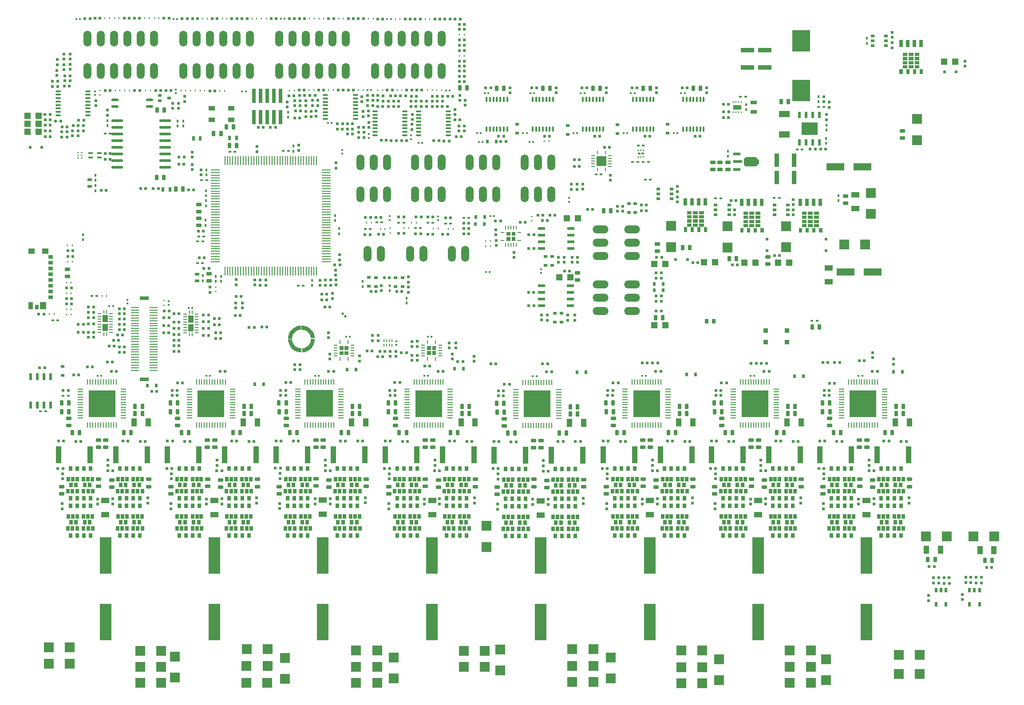
<source format=gtp>
G04*
G04 #@! TF.GenerationSoftware,Altium Limited,Altium Designer,19.1.8 (144)*
G04*
G04 Layer_Color=8421504*
%FSLAX25Y25*%
%MOIN*%
G70*
G01*
G75*
%ADD34O,0.05900X0.11900*%
%ADD35O,0.11900X0.05900*%
%ADD36R,0.03937X0.05315*%
%ADD37R,0.02359X0.01181*%
%ADD38R,0.02756X0.03543*%
%ADD39R,0.01201X0.01024*%
%ADD40C,0.02200*%
G04:AMPARAMS|DCode=41|XSize=20mil|YSize=22mil|CornerRadius=3.4mil|HoleSize=0mil|Usage=FLASHONLY|Rotation=180.000|XOffset=0mil|YOffset=0mil|HoleType=Round|Shape=RoundedRectangle|*
%AMROUNDEDRECTD41*
21,1,0.02000,0.01520,0,0,180.0*
21,1,0.01320,0.02200,0,0,180.0*
1,1,0.00680,-0.00660,0.00760*
1,1,0.00680,0.00660,0.00760*
1,1,0.00680,0.00660,-0.00760*
1,1,0.00680,-0.00660,-0.00760*
%
%ADD41ROUNDEDRECTD41*%
%ADD42R,0.00984X0.01378*%
%ADD43R,0.01454X0.01454*%
%ADD44P,0.02056X4X90.0*%
G04:AMPARAMS|DCode=45|XSize=20mil|YSize=22mil|CornerRadius=3.4mil|HoleSize=0mil|Usage=FLASHONLY|Rotation=270.000|XOffset=0mil|YOffset=0mil|HoleType=Round|Shape=RoundedRectangle|*
%AMROUNDEDRECTD45*
21,1,0.02000,0.01520,0,0,270.0*
21,1,0.01320,0.02200,0,0,270.0*
1,1,0.00680,-0.00760,-0.00660*
1,1,0.00680,-0.00760,0.00660*
1,1,0.00680,0.00760,0.00660*
1,1,0.00680,0.00760,-0.00660*
%
%ADD45ROUNDEDRECTD45*%
%ADD46R,0.00784X0.02950*%
%ADD47R,0.02950X0.00784*%
%ADD48R,0.01378X0.00984*%
%ADD49R,0.06099X0.00965*%
%ADD50R,0.06887X0.02950*%
%ADD51R,0.01454X0.01454*%
%ADD52R,0.04600X0.04600*%
%ADD53R,0.01965X0.01769*%
%ADD54R,0.00902X0.01375*%
%ADD55O,0.04524X0.01375*%
G04:AMPARAMS|DCode=56|XSize=27.13mil|YSize=37.37mil|CornerRadius=4.83mil|HoleSize=0mil|Usage=FLASHONLY|Rotation=180.000|XOffset=0mil|YOffset=0mil|HoleType=Round|Shape=RoundedRectangle|*
%AMROUNDEDRECTD56*
21,1,0.02713,0.02772,0,0,180.0*
21,1,0.01748,0.03737,0,0,180.0*
1,1,0.00965,-0.00874,0.01386*
1,1,0.00965,0.00874,0.01386*
1,1,0.00965,0.00874,-0.01386*
1,1,0.00965,-0.00874,-0.01386*
%
%ADD56ROUNDEDRECTD56*%
%ADD57R,0.08855X0.27556*%
%ADD58R,0.13186X0.05312*%
%ADD59R,0.02162X0.02950*%
%ADD60O,0.01375X0.04524*%
%ADD61R,0.02950X0.02162*%
%ADD62R,0.06099X0.03343*%
%ADD63R,0.00784X0.01769*%
%ADD64R,0.01769X0.01965*%
%ADD65R,0.04721X0.02950*%
G04:AMPARAMS|DCode=66|XSize=27.13mil|YSize=37.37mil|CornerRadius=4.83mil|HoleSize=0mil|Usage=FLASHONLY|Rotation=90.000|XOffset=0mil|YOffset=0mil|HoleType=Round|Shape=RoundedRectangle|*
%AMROUNDEDRECTD66*
21,1,0.02713,0.02772,0,0,90.0*
21,1,0.01748,0.03737,0,0,90.0*
1,1,0.00965,0.01386,0.00874*
1,1,0.00965,0.01386,-0.00874*
1,1,0.00965,-0.01386,-0.00874*
1,1,0.00965,-0.01386,0.00874*
%
%ADD66ROUNDEDRECTD66*%
%ADD67R,0.05312X0.02162*%
%ADD68R,0.06887X0.02162*%
%ADD69O,0.02950X0.00902*%
%ADD70O,0.00902X0.02950*%
%ADD71R,0.05800X0.02200*%
%ADD72R,0.07700X0.07700*%
%ADD73R,0.07700X0.07700*%
%ADD74R,0.04131X0.06493*%
%ADD75R,0.01965X0.03737*%
%ADD76R,0.04328X0.12989*%
%ADD77R,0.02753X0.03540*%
%ADD78R,0.06493X0.04131*%
%ADD79R,0.00587X0.02359*%
%ADD80R,0.00587X0.02162*%
%ADD81R,0.02700X0.03700*%
%ADD82O,0.04524X0.00784*%
%ADD83O,0.00784X0.04524*%
%ADD84R,0.19879X0.19879*%
%ADD85R,0.03737X0.02556*%
%ADD86R,0.04524X0.03934*%
%ADD87R,0.04524X0.04328*%
%ADD88R,0.04524X0.05509*%
%ADD89R,0.02531X0.03737*%
%ADD90R,0.03343X0.05312*%
%ADD91O,0.02162X0.05706*%
%ADD92R,0.02753X0.10824*%
%ADD93O,0.06887X0.00781*%
%ADD94O,0.00781X0.06887*%
%ADD95R,0.04524X0.03343*%
%ADD96O,0.08855X0.02162*%
%ADD97R,0.03147X0.02162*%
%ADD98R,0.02200X0.02200*%
%ADD99R,0.03343X0.03737*%
%ADD100R,0.03343X0.01375*%
%ADD101R,0.07800X0.07800*%
%ADD102R,0.02950X0.01965*%
%ADD103O,0.05509X0.01965*%
%ADD104R,0.03265X0.02438*%
%ADD105R,0.03540X0.10430*%
%ADD106R,0.08100X0.04800*%
%ADD107R,0.13580X0.15942*%
%ADD108R,0.01965X0.04721*%
%ADD109R,0.12005X0.09249*%
%ADD110R,0.02600X0.05400*%
%ADD111R,0.10430X0.03540*%
%ADD112R,0.02438X0.03265*%
%ADD113R,0.02200X0.02200*%
G36*
X52418Y378729D02*
X48875D01*
Y381091D01*
X52418D01*
Y378729D01*
D02*
G37*
G36*
X47890D02*
X44347D01*
Y381091D01*
X47890D01*
Y378729D01*
D02*
G37*
G36*
X43363D02*
X39819D01*
Y381091D01*
X43363D01*
Y378729D01*
D02*
G37*
G36*
X52418Y375678D02*
X48875D01*
Y378040D01*
X52418D01*
Y375678D01*
D02*
G37*
G36*
X47890D02*
X44347D01*
Y378040D01*
X47890D01*
Y375678D01*
D02*
G37*
G36*
X43363D02*
X39819D01*
Y378040D01*
X43363D01*
Y375678D01*
D02*
G37*
G36*
X52418Y372528D02*
X48875D01*
Y374891D01*
X52418D01*
Y372528D01*
D02*
G37*
G36*
X47890D02*
X44347D01*
Y374891D01*
X47890D01*
Y372528D01*
D02*
G37*
G36*
X43363D02*
X39819D01*
Y374891D01*
X43363D01*
Y372528D01*
D02*
G37*
G36*
X52418Y369477D02*
X48875D01*
Y371839D01*
X52418D01*
Y369477D01*
D02*
G37*
G36*
X47890D02*
X44347D01*
Y371839D01*
X47890D01*
Y369477D01*
D02*
G37*
G36*
X43363D02*
X39819D01*
Y371839D01*
X43363D01*
Y369477D01*
D02*
G37*
G36*
X55075Y365343D02*
X52713D01*
Y368887D01*
X55075D01*
Y365343D01*
D02*
G37*
G36*
X49957D02*
X47595D01*
Y368887D01*
X49957D01*
Y365343D01*
D02*
G37*
G36*
X44938D02*
X42575D01*
Y368887D01*
X44938D01*
Y365343D01*
D02*
G37*
G36*
X39819D02*
X37457D01*
Y368887D01*
X39819D01*
Y365343D01*
D02*
G37*
G36*
X-68144Y300589D02*
X-68144Y298189D01*
X-70444Y295889D01*
X-77944Y295889D01*
X-79343Y297290D01*
X-79344Y301489D01*
X-77944Y302889D01*
X-70444Y302889D01*
X-68144Y300589D01*
D02*
G37*
G36*
X-109512Y259882D02*
X-113055D01*
Y262244D01*
X-109512D01*
Y259882D01*
D02*
G37*
G36*
X-114039D02*
X-117583D01*
Y262244D01*
X-114039D01*
Y259882D01*
D02*
G37*
G36*
X-118567D02*
X-122110D01*
Y262244D01*
X-118567D01*
Y259882D01*
D02*
G37*
G36*
X-23163Y259483D02*
X-26706D01*
Y261845D01*
X-23163D01*
Y259483D01*
D02*
G37*
G36*
X-27690D02*
X-31234D01*
Y261845D01*
X-27690D01*
Y259483D01*
D02*
G37*
G36*
X-32218D02*
X-35761D01*
Y261845D01*
X-32218D01*
Y259483D01*
D02*
G37*
G36*
X-67162Y259482D02*
X-70705D01*
Y261844D01*
X-67162D01*
Y259482D01*
D02*
G37*
G36*
X-71690D02*
X-75233D01*
Y261844D01*
X-71690D01*
Y259482D01*
D02*
G37*
G36*
X-76217D02*
X-79761D01*
Y261844D01*
X-76217D01*
Y259482D01*
D02*
G37*
G36*
X-109512Y256831D02*
X-113055D01*
Y259193D01*
X-109512D01*
Y256831D01*
D02*
G37*
G36*
X-114039D02*
X-117583D01*
Y259193D01*
X-114039D01*
Y256831D01*
D02*
G37*
G36*
X-118567D02*
X-122110D01*
Y259193D01*
X-118567D01*
Y256831D01*
D02*
G37*
G36*
X-23163Y256431D02*
X-26706D01*
Y258794D01*
X-23163D01*
Y256431D01*
D02*
G37*
G36*
X-27690D02*
X-31234D01*
Y258794D01*
X-27690D01*
Y256431D01*
D02*
G37*
G36*
X-32218D02*
X-35761D01*
Y258794D01*
X-32218D01*
Y256431D01*
D02*
G37*
G36*
X-67162Y256431D02*
X-70705D01*
Y258793D01*
X-67162D01*
Y256431D01*
D02*
G37*
G36*
X-71690D02*
X-75233D01*
Y258793D01*
X-71690D01*
Y256431D01*
D02*
G37*
G36*
X-76217D02*
X-79761D01*
Y258793D01*
X-76217D01*
Y256431D01*
D02*
G37*
G36*
X-109512Y253681D02*
X-113055D01*
Y256043D01*
X-109512D01*
Y253681D01*
D02*
G37*
G36*
X-114039D02*
X-117583D01*
Y256043D01*
X-114039D01*
Y253681D01*
D02*
G37*
G36*
X-118567D02*
X-122110D01*
Y256043D01*
X-118567D01*
Y253681D01*
D02*
G37*
G36*
X-23163Y253282D02*
X-26706D01*
Y255644D01*
X-23163D01*
Y253282D01*
D02*
G37*
G36*
X-27690D02*
X-31234D01*
Y255644D01*
X-27690D01*
Y253282D01*
D02*
G37*
G36*
X-32218D02*
X-35761D01*
Y255644D01*
X-32218D01*
Y253282D01*
D02*
G37*
G36*
X-67162Y253281D02*
X-70705D01*
Y255643D01*
X-67162D01*
Y253281D01*
D02*
G37*
G36*
X-71690D02*
X-75233D01*
Y255643D01*
X-71690D01*
Y253281D01*
D02*
G37*
G36*
X-76217D02*
X-79761D01*
Y255643D01*
X-76217D01*
Y253281D01*
D02*
G37*
G36*
X-109512Y250630D02*
X-113055D01*
Y252992D01*
X-109512D01*
Y250630D01*
D02*
G37*
G36*
X-114039D02*
X-117583D01*
Y252992D01*
X-114039D01*
Y250630D01*
D02*
G37*
G36*
X-118567D02*
X-122110D01*
Y252992D01*
X-118567D01*
Y250630D01*
D02*
G37*
G36*
X-23163Y250231D02*
X-26706D01*
Y252593D01*
X-23163D01*
Y250231D01*
D02*
G37*
G36*
X-27690D02*
X-31234D01*
Y252593D01*
X-27690D01*
Y250231D01*
D02*
G37*
G36*
X-32218D02*
X-35761D01*
Y252593D01*
X-32218D01*
Y250231D01*
D02*
G37*
G36*
X-67162Y250230D02*
X-70705D01*
Y252592D01*
X-67162D01*
Y250230D01*
D02*
G37*
G36*
X-71690D02*
X-75233D01*
Y252592D01*
X-71690D01*
Y250230D01*
D02*
G37*
G36*
X-76217D02*
X-79761D01*
Y252592D01*
X-76217D01*
Y250230D01*
D02*
G37*
G36*
X-106854Y246496D02*
X-109216D01*
Y250040D01*
X-106854D01*
Y246496D01*
D02*
G37*
G36*
X-111972D02*
X-114335D01*
Y250040D01*
X-111972D01*
Y246496D01*
D02*
G37*
G36*
X-116992D02*
X-119354D01*
Y250040D01*
X-116992D01*
Y246496D01*
D02*
G37*
G36*
X-122110D02*
X-124472D01*
Y250040D01*
X-122110D01*
Y246496D01*
D02*
G37*
G36*
X-20505Y246097D02*
X-22867D01*
Y249640D01*
X-20505D01*
Y246097D01*
D02*
G37*
G36*
X-25623D02*
X-27986D01*
Y249640D01*
X-25623D01*
Y246097D01*
D02*
G37*
G36*
X-30643D02*
X-33005D01*
Y249640D01*
X-30643D01*
Y246097D01*
D02*
G37*
G36*
X-35761D02*
X-38123D01*
Y249640D01*
X-35761D01*
Y246097D01*
D02*
G37*
G36*
X-64505Y246096D02*
X-66867D01*
Y249640D01*
X-64505D01*
Y246096D01*
D02*
G37*
G36*
X-69623D02*
X-71985D01*
Y249640D01*
X-69623D01*
Y246096D01*
D02*
G37*
G36*
X-74642D02*
X-77005D01*
Y249640D01*
X-74642D01*
Y246096D01*
D02*
G37*
G36*
X-79761D02*
X-82123D01*
Y249640D01*
X-79761D01*
Y246096D01*
D02*
G37*
G36*
X-250973Y243756D02*
X-253847D01*
Y246591D01*
X-250973D01*
Y243756D01*
D02*
G37*
G36*
X-254753Y243717D02*
X-257587D01*
Y246591D01*
X-254753D01*
Y243717D01*
D02*
G37*
G36*
X-250973Y239977D02*
X-253808D01*
Y242851D01*
X-250973D01*
Y239977D01*
D02*
G37*
G36*
X-254713D02*
X-257587D01*
Y242811D01*
X-254713D01*
Y239977D01*
D02*
G37*
G36*
X-408746Y175898D02*
X-406953Y175209D01*
X-405329Y174183D01*
X-403936Y172859D01*
X-402828Y171290D01*
X-402047Y169534D01*
X-401625Y167660D01*
X-401600Y166700D01*
X-404600D01*
X-404600Y166700D01*
X-404657Y167360D01*
X-404963Y168649D01*
X-405515Y169852D01*
X-406291Y170925D01*
X-407261Y171827D01*
X-408388Y172521D01*
X-409630Y172982D01*
X-410937Y173192D01*
X-411600Y173200D01*
X-411600Y176200D01*
D01*
Y176200D01*
Y176200D01*
X-410640Y176225D01*
X-408746Y175898D01*
D02*
G37*
G36*
X-401600Y166200D02*
D01*
X-401600D01*
X-401600D01*
D02*
G37*
G36*
X-412100Y173200D02*
X-412100Y173200D01*
X-412760Y173143D01*
X-414049Y172837D01*
X-415252Y172285D01*
X-416325Y171509D01*
X-417227Y170539D01*
X-417921Y169412D01*
X-418382Y168170D01*
X-418592Y166863D01*
X-418600Y166200D01*
X-421600Y166200D01*
D01*
X-421600D01*
X-421600D01*
X-421625Y167160D01*
X-421298Y169054D01*
X-420609Y170847D01*
X-419583Y172471D01*
X-418259Y173864D01*
X-416690Y174972D01*
X-414934Y175752D01*
X-413060Y176175D01*
X-412100Y176200D01*
Y173200D01*
D02*
G37*
G36*
X-310614Y158016D02*
X-313488D01*
Y160851D01*
X-310614D01*
Y158016D01*
D02*
G37*
G36*
X-314394Y157977D02*
X-317228D01*
Y160851D01*
X-314394D01*
Y157977D01*
D02*
G37*
G36*
X-376390Y157915D02*
X-379264D01*
Y160750D01*
X-376390D01*
Y157915D01*
D02*
G37*
G36*
X-380170Y157876D02*
X-383004D01*
Y160750D01*
X-380170D01*
Y157876D01*
D02*
G37*
G36*
X-401575Y165240D02*
X-401902Y163346D01*
X-402591Y161553D01*
X-403617Y159929D01*
X-404941Y158536D01*
X-406510Y157428D01*
X-408266Y156648D01*
X-410140Y156225D01*
X-411100Y156200D01*
Y159200D01*
X-411100Y159200D01*
X-410440Y159257D01*
X-409151Y159563D01*
X-407948Y160115D01*
X-406875Y160891D01*
X-405973Y161861D01*
X-405279Y162988D01*
X-404818Y164230D01*
X-404608Y165537D01*
X-404600Y166200D01*
X-401600Y166200D01*
X-401575Y165240D01*
D02*
G37*
G36*
X-418600Y165700D02*
X-418543Y165040D01*
X-418237Y163751D01*
X-417685Y162548D01*
X-416909Y161475D01*
X-415939Y160573D01*
X-414812Y159879D01*
X-413570Y159418D01*
X-412263Y159208D01*
X-411600Y159200D01*
X-411600Y156200D01*
D01*
Y156200D01*
Y156200D01*
X-412560Y156175D01*
X-414454Y156502D01*
X-416247Y157191D01*
X-417871Y158217D01*
X-419264Y159541D01*
X-420372Y161110D01*
X-421152Y162866D01*
X-421575Y164740D01*
X-421600Y165700D01*
X-418600D01*
X-418600Y165700D01*
D02*
G37*
G36*
X-310614Y154236D02*
X-313449D01*
Y157111D01*
X-310614D01*
Y154236D01*
D02*
G37*
G36*
X-314354D02*
X-317228D01*
Y157071D01*
X-314354D01*
Y154236D01*
D02*
G37*
G36*
X-376390Y154136D02*
X-379225D01*
Y157010D01*
X-376390D01*
Y154136D01*
D02*
G37*
G36*
X-380130D02*
X-383004D01*
Y156970D01*
X-380130D01*
Y154136D01*
D02*
G37*
G54D34*
X-572510Y391900D02*
D03*
X-562510D02*
D03*
X-552510D02*
D03*
X-542511Y391875D02*
D03*
X-532510Y391900D02*
D03*
X-522510D02*
D03*
Y367600D02*
D03*
X-532510D02*
D03*
X-542510D02*
D03*
X-552510Y367625D02*
D03*
X-562510Y367600D02*
D03*
X-572510D02*
D03*
X-500444Y391900D02*
D03*
X-490444D02*
D03*
X-480443D02*
D03*
X-470444Y391875D02*
D03*
X-460443Y391900D02*
D03*
X-450444D02*
D03*
Y367600D02*
D03*
X-460443D02*
D03*
X-470443D02*
D03*
X-480443Y367625D02*
D03*
X-490444Y367600D02*
D03*
X-500444D02*
D03*
X-428377Y391900D02*
D03*
X-418377D02*
D03*
X-408377D02*
D03*
X-398377Y391875D02*
D03*
X-388377Y391900D02*
D03*
X-378377D02*
D03*
Y367600D02*
D03*
X-388377D02*
D03*
X-398377D02*
D03*
X-408376Y367625D02*
D03*
X-418377Y367600D02*
D03*
X-428377D02*
D03*
X-356310Y391900D02*
D03*
X-346310D02*
D03*
X-336310D02*
D03*
X-326311Y391875D02*
D03*
X-316310Y391900D02*
D03*
X-306310D02*
D03*
Y367600D02*
D03*
X-316310D02*
D03*
X-326310D02*
D03*
X-336310Y367625D02*
D03*
X-346310Y367600D02*
D03*
X-356310D02*
D03*
X-234138Y298826D02*
D03*
X-224138D02*
D03*
X-244138D02*
D03*
X-224138Y274826D02*
D03*
X-244138D02*
D03*
X-234138D02*
D03*
X-320173Y230226D02*
D03*
X-330173D02*
D03*
X-357473Y274826D02*
D03*
X-367473D02*
D03*
X-347473D02*
D03*
X-265373D02*
D03*
X-285373D02*
D03*
X-275373D02*
D03*
X-306423D02*
D03*
X-326423D02*
D03*
X-316423D02*
D03*
X-285373Y298826D02*
D03*
X-265373D02*
D03*
X-275373D02*
D03*
X-326423D02*
D03*
X-306423D02*
D03*
X-316423D02*
D03*
X-367473D02*
D03*
X-347473D02*
D03*
X-357473D02*
D03*
X-288673Y230226D02*
D03*
X-298673D02*
D03*
X-351873D02*
D03*
X-361873D02*
D03*
G54D35*
X-187150Y187071D02*
D03*
Y207071D02*
D03*
Y197071D02*
D03*
Y228646D02*
D03*
Y248646D02*
D03*
Y238646D02*
D03*
X-163331Y207071D02*
D03*
Y187071D02*
D03*
Y197071D02*
D03*
Y248548D02*
D03*
Y228548D02*
D03*
Y238547D02*
D03*
G54D36*
X-494616Y174616D02*
D03*
X-494616Y181112D02*
D03*
X-558910Y174952D02*
D03*
X-558911Y181449D02*
D03*
G54D37*
X-158102Y305362D02*
D03*
X-155343D02*
D03*
G54D38*
X21843Y51699D02*
D03*
X28732D02*
D03*
X25288D02*
D03*
X22118Y60872D02*
D03*
X24047Y56384D02*
D03*
X27925D02*
D03*
X25425Y60872D02*
D03*
X28732D02*
D03*
X33536D02*
D03*
X36843D02*
D03*
X34343Y56384D02*
D03*
X38221D02*
D03*
X40150Y60872D02*
D03*
X36980Y51699D02*
D03*
X33536D02*
D03*
X40425D02*
D03*
X38634Y46384D02*
D03*
X33634D02*
D03*
X28634D02*
D03*
X23634D02*
D03*
X21843Y23746D02*
D03*
X28732D02*
D03*
X25288D02*
D03*
X22118Y32919D02*
D03*
X24047Y28431D02*
D03*
X27925D02*
D03*
X25425Y32919D02*
D03*
X28732D02*
D03*
X33536D02*
D03*
X36843D02*
D03*
X34343Y28431D02*
D03*
X38221D02*
D03*
X40150Y32919D02*
D03*
X36980Y23746D02*
D03*
X33536D02*
D03*
X40425D02*
D03*
X38634Y18431D02*
D03*
X33634D02*
D03*
X28634D02*
D03*
X23634D02*
D03*
X-13615Y46384D02*
D03*
X-8615D02*
D03*
X-3615D02*
D03*
X1385D02*
D03*
X3176Y51699D02*
D03*
X-3713D02*
D03*
X-268D02*
D03*
X2901Y60872D02*
D03*
X972Y56384D02*
D03*
X-2906D02*
D03*
X-406Y60872D02*
D03*
X-3713D02*
D03*
X-8517D02*
D03*
X-11824D02*
D03*
X-9324Y56384D02*
D03*
X-13202D02*
D03*
X-15131Y60872D02*
D03*
X-11961Y51699D02*
D03*
X-8517D02*
D03*
X-15406D02*
D03*
X-15406Y23746D02*
D03*
X-8517D02*
D03*
X-11961D02*
D03*
X-15131Y32919D02*
D03*
X-13202Y28431D02*
D03*
X-9324D02*
D03*
X-11824Y32919D02*
D03*
X-8517D02*
D03*
X-3713D02*
D03*
X-406D02*
D03*
X-2906Y28431D02*
D03*
X972D02*
D03*
X2901Y32919D02*
D03*
X-268Y23746D02*
D03*
X-3713D02*
D03*
X3176D02*
D03*
X1385Y18431D02*
D03*
X-3615D02*
D03*
X-8615D02*
D03*
X-13615D02*
D03*
X-59457Y51699D02*
D03*
X-52568D02*
D03*
X-56012D02*
D03*
X-59182Y60872D02*
D03*
X-57253Y56384D02*
D03*
X-53375D02*
D03*
X-55875Y60872D02*
D03*
X-52568D02*
D03*
X-47765D02*
D03*
X-44457D02*
D03*
X-46957Y56384D02*
D03*
X-43080D02*
D03*
X-41150Y60872D02*
D03*
X-44320Y51699D02*
D03*
X-47765D02*
D03*
X-40875D02*
D03*
X-42666Y46384D02*
D03*
X-47666D02*
D03*
X-52666D02*
D03*
X-57666D02*
D03*
X-96706Y51699D02*
D03*
X-89816D02*
D03*
X-93261D02*
D03*
X-96431Y60872D02*
D03*
X-94502Y56384D02*
D03*
X-90624D02*
D03*
X-93124Y60872D02*
D03*
X-89816D02*
D03*
X-85013D02*
D03*
X-81706D02*
D03*
X-84206Y56384D02*
D03*
X-80328D02*
D03*
X-78399Y60872D02*
D03*
X-81568Y51699D02*
D03*
X-85013D02*
D03*
X-78123D02*
D03*
X-79915Y46384D02*
D03*
X-84915D02*
D03*
X-89915D02*
D03*
X-94915D02*
D03*
X-96706Y23746D02*
D03*
X-89816D02*
D03*
X-93261D02*
D03*
X-96431Y32919D02*
D03*
X-94502Y28431D02*
D03*
X-90623D02*
D03*
X-93124Y32919D02*
D03*
X-89816D02*
D03*
X-85013D02*
D03*
X-81706D02*
D03*
X-84206Y28431D02*
D03*
X-80328D02*
D03*
X-78399Y32919D02*
D03*
X-81568Y23746D02*
D03*
X-85013D02*
D03*
X-78123D02*
D03*
X-79915Y18431D02*
D03*
X-84915D02*
D03*
X-89915D02*
D03*
X-94915D02*
D03*
X-222813Y51401D02*
D03*
X-215923D02*
D03*
X-219368D02*
D03*
X-222537Y60574D02*
D03*
X-220608Y56086D02*
D03*
X-216730D02*
D03*
X-219230Y60574D02*
D03*
X-215923D02*
D03*
X-211120D02*
D03*
X-207813D02*
D03*
X-210313Y56086D02*
D03*
X-206435D02*
D03*
X-204506Y60574D02*
D03*
X-207675Y51401D02*
D03*
X-211120D02*
D03*
X-204230D02*
D03*
X-206022Y46086D02*
D03*
X-211022D02*
D03*
X-216022D02*
D03*
X-221022D02*
D03*
X-178006Y51699D02*
D03*
X-171116D02*
D03*
X-174561D02*
D03*
X-177731Y60872D02*
D03*
X-175802Y56384D02*
D03*
X-171924D02*
D03*
X-174424Y60872D02*
D03*
X-171116D02*
D03*
X-166313D02*
D03*
X-163006D02*
D03*
X-165506Y56384D02*
D03*
X-161628D02*
D03*
X-159699Y60872D02*
D03*
X-162868Y51699D02*
D03*
X-166313D02*
D03*
X-159423D02*
D03*
X-161215Y46384D02*
D03*
X-166215D02*
D03*
X-171215D02*
D03*
X-176215D02*
D03*
X-140757Y51699D02*
D03*
X-133868D02*
D03*
X-137313D02*
D03*
X-140482Y60872D02*
D03*
X-138553Y56384D02*
D03*
X-134675D02*
D03*
X-137175Y60872D02*
D03*
X-133868D02*
D03*
X-129065D02*
D03*
X-125757D02*
D03*
X-128257Y56384D02*
D03*
X-124380D02*
D03*
X-122450Y60872D02*
D03*
X-125620Y51699D02*
D03*
X-129065D02*
D03*
X-122175D02*
D03*
X-123966Y46384D02*
D03*
X-128966D02*
D03*
X-133966D02*
D03*
X-138966D02*
D03*
X-140757Y23746D02*
D03*
X-133868D02*
D03*
X-137312D02*
D03*
X-140482Y32919D02*
D03*
X-138553Y28431D02*
D03*
X-134675D02*
D03*
X-137175Y32919D02*
D03*
X-133868D02*
D03*
X-129065D02*
D03*
X-125757D02*
D03*
X-128257Y28431D02*
D03*
X-124379D02*
D03*
X-122450Y32919D02*
D03*
X-125620Y23746D02*
D03*
X-129065D02*
D03*
X-122175D02*
D03*
X-123966Y18431D02*
D03*
X-128966D02*
D03*
X-133966D02*
D03*
X-138966D02*
D03*
X-178006Y23746D02*
D03*
X-171116D02*
D03*
X-174561D02*
D03*
X-177731Y32919D02*
D03*
X-175802Y28431D02*
D03*
X-171923D02*
D03*
X-174424Y32919D02*
D03*
X-171116D02*
D03*
X-166313D02*
D03*
X-163006D02*
D03*
X-165506Y28431D02*
D03*
X-161628D02*
D03*
X-159699Y32919D02*
D03*
X-162868Y23746D02*
D03*
X-166313D02*
D03*
X-159423D02*
D03*
X-161215Y18431D02*
D03*
X-166215D02*
D03*
X-171215D02*
D03*
X-176215D02*
D03*
X-260062Y51401D02*
D03*
X-253172D02*
D03*
X-256617D02*
D03*
X-259786Y60574D02*
D03*
X-257857Y56086D02*
D03*
X-253979D02*
D03*
X-256479Y60574D02*
D03*
X-253172D02*
D03*
X-248369D02*
D03*
X-245062D02*
D03*
X-247562Y56086D02*
D03*
X-243684D02*
D03*
X-241755Y60574D02*
D03*
X-244924Y51401D02*
D03*
X-248369D02*
D03*
X-241479D02*
D03*
X-243270Y46086D02*
D03*
X-248270D02*
D03*
X-253270D02*
D03*
X-258270D02*
D03*
X-260062Y23448D02*
D03*
X-253172D02*
D03*
X-256617D02*
D03*
X-259786Y32621D02*
D03*
X-257857Y28133D02*
D03*
X-253979D02*
D03*
X-256479Y32621D02*
D03*
X-253172D02*
D03*
X-248369D02*
D03*
X-245062D02*
D03*
X-247562Y28133D02*
D03*
X-243684D02*
D03*
X-241755Y32621D02*
D03*
X-244924Y23448D02*
D03*
X-248369D02*
D03*
X-241479D02*
D03*
X-243270Y18133D02*
D03*
X-248270D02*
D03*
X-253270D02*
D03*
X-258270D02*
D03*
X-222813Y23448D02*
D03*
X-215923D02*
D03*
X-219368D02*
D03*
X-222537Y32621D02*
D03*
X-220608Y28133D02*
D03*
X-216730D02*
D03*
X-219230Y32621D02*
D03*
X-215923D02*
D03*
X-211120D02*
D03*
X-207813D02*
D03*
X-210313Y28133D02*
D03*
X-206435D02*
D03*
X-204506Y32621D02*
D03*
X-207675Y23448D02*
D03*
X-211120D02*
D03*
X-204230D02*
D03*
X-206022Y18133D02*
D03*
X-211022D02*
D03*
X-216022D02*
D03*
X-221022D02*
D03*
X-341589Y51699D02*
D03*
X-334699D02*
D03*
X-338144D02*
D03*
X-341313Y60872D02*
D03*
X-339384Y56384D02*
D03*
X-335506D02*
D03*
X-338006Y60872D02*
D03*
X-334699D02*
D03*
X-329896D02*
D03*
X-326589D02*
D03*
X-329089Y56384D02*
D03*
X-325211D02*
D03*
X-323282Y60872D02*
D03*
X-326451Y51699D02*
D03*
X-329896D02*
D03*
X-323006D02*
D03*
X-324798Y46384D02*
D03*
X-329798D02*
D03*
X-334798D02*
D03*
X-339797D02*
D03*
X-304340Y23746D02*
D03*
X-297450D02*
D03*
X-300895D02*
D03*
X-304064Y32919D02*
D03*
X-302135Y28431D02*
D03*
X-298257D02*
D03*
X-300757Y32919D02*
D03*
X-297450D02*
D03*
X-292647D02*
D03*
X-289340D02*
D03*
X-291840Y28431D02*
D03*
X-287962D02*
D03*
X-286033Y32919D02*
D03*
X-289202Y23746D02*
D03*
X-292647D02*
D03*
X-285757D02*
D03*
X-287549Y18431D02*
D03*
X-292549D02*
D03*
X-297549D02*
D03*
X-302549D02*
D03*
X-304340Y51699D02*
D03*
X-297450D02*
D03*
X-300895D02*
D03*
X-304064Y60872D02*
D03*
X-302135Y56384D02*
D03*
X-298257D02*
D03*
X-300757Y60872D02*
D03*
X-297450D02*
D03*
X-292647D02*
D03*
X-289340D02*
D03*
X-291840Y56384D02*
D03*
X-287962D02*
D03*
X-286033Y60872D02*
D03*
X-289202Y51699D02*
D03*
X-292647D02*
D03*
X-285757D02*
D03*
X-287549Y46384D02*
D03*
X-292549D02*
D03*
X-297549D02*
D03*
X-302549D02*
D03*
X-386396Y51795D02*
D03*
X-379506D02*
D03*
X-382951D02*
D03*
X-386120Y60968D02*
D03*
X-384191Y56480D02*
D03*
X-380313D02*
D03*
X-382813Y60968D02*
D03*
X-379506D02*
D03*
X-374703D02*
D03*
X-371396D02*
D03*
X-373896Y56480D02*
D03*
X-370018D02*
D03*
X-368089Y60968D02*
D03*
X-371258Y51795D02*
D03*
X-374703D02*
D03*
X-367813D02*
D03*
X-369604Y46480D02*
D03*
X-374604D02*
D03*
X-379604D02*
D03*
X-384604D02*
D03*
X-341589Y23746D02*
D03*
X-334699D02*
D03*
X-338144D02*
D03*
X-341313Y32919D02*
D03*
X-339384Y28431D02*
D03*
X-335506D02*
D03*
X-338006Y32919D02*
D03*
X-334699D02*
D03*
X-329896D02*
D03*
X-326589D02*
D03*
X-329089Y28431D02*
D03*
X-325211D02*
D03*
X-323282Y32919D02*
D03*
X-326451Y23746D02*
D03*
X-329896D02*
D03*
X-323006D02*
D03*
X-324798Y18431D02*
D03*
X-329798D02*
D03*
X-334798D02*
D03*
X-339797D02*
D03*
X-386396Y23842D02*
D03*
X-379506D02*
D03*
X-382951D02*
D03*
X-386120Y33015D02*
D03*
X-384191Y28527D02*
D03*
X-380313D02*
D03*
X-382813Y33015D02*
D03*
X-379506D02*
D03*
X-374703D02*
D03*
X-371396D02*
D03*
X-373896Y28527D02*
D03*
X-370018D02*
D03*
X-368089Y33015D02*
D03*
X-371258Y23842D02*
D03*
X-374703D02*
D03*
X-367813D02*
D03*
X-369604Y18527D02*
D03*
X-374604D02*
D03*
X-379604D02*
D03*
X-384604D02*
D03*
X-423644Y51795D02*
D03*
X-416755D02*
D03*
X-420199D02*
D03*
X-423369Y60968D02*
D03*
X-421440Y56480D02*
D03*
X-417562D02*
D03*
X-420062Y60968D02*
D03*
X-416755D02*
D03*
X-411951D02*
D03*
X-408644D02*
D03*
X-411144Y56480D02*
D03*
X-407267D02*
D03*
X-405337Y60968D02*
D03*
X-408507Y51795D02*
D03*
X-411951D02*
D03*
X-405062D02*
D03*
X-406853Y46480D02*
D03*
X-411853D02*
D03*
X-416853D02*
D03*
X-421853D02*
D03*
X-423644Y23842D02*
D03*
X-416755D02*
D03*
X-420199D02*
D03*
X-423369Y33015D02*
D03*
X-421440Y28527D02*
D03*
X-417562D02*
D03*
X-420062Y33015D02*
D03*
X-416755D02*
D03*
X-411951D02*
D03*
X-408644D02*
D03*
X-411144Y28527D02*
D03*
X-407267D02*
D03*
X-405337Y33015D02*
D03*
X-408507Y23842D02*
D03*
X-411951D02*
D03*
X-405062D02*
D03*
X-406853Y18527D02*
D03*
X-411853D02*
D03*
X-416853D02*
D03*
X-421853D02*
D03*
X-467923Y51699D02*
D03*
X-461033D02*
D03*
X-464478D02*
D03*
X-467647Y60872D02*
D03*
X-465718Y56384D02*
D03*
X-461840D02*
D03*
X-464340Y60872D02*
D03*
X-461033D02*
D03*
X-456230D02*
D03*
X-452923D02*
D03*
X-455423Y56384D02*
D03*
X-451545D02*
D03*
X-449616Y60872D02*
D03*
X-452785Y51699D02*
D03*
X-456230D02*
D03*
X-449340D02*
D03*
X-451131Y46384D02*
D03*
X-456131D02*
D03*
X-461131D02*
D03*
X-466131D02*
D03*
X-505172Y51699D02*
D03*
X-498282D02*
D03*
X-501727D02*
D03*
X-504896Y60872D02*
D03*
X-502967Y56384D02*
D03*
X-499089D02*
D03*
X-501589Y60872D02*
D03*
X-498282D02*
D03*
X-493479D02*
D03*
X-490172D02*
D03*
X-492672Y56384D02*
D03*
X-488794D02*
D03*
X-486865Y60872D02*
D03*
X-490034Y51699D02*
D03*
X-493479D02*
D03*
X-486589D02*
D03*
X-488380Y46384D02*
D03*
X-493380D02*
D03*
X-498380D02*
D03*
X-503380D02*
D03*
X-505172Y23746D02*
D03*
X-498282D02*
D03*
X-501727D02*
D03*
X-504896Y32919D02*
D03*
X-502967Y28431D02*
D03*
X-499089D02*
D03*
X-501589Y32919D02*
D03*
X-498282D02*
D03*
X-493479D02*
D03*
X-490172D02*
D03*
X-492672Y28431D02*
D03*
X-488794D02*
D03*
X-486865Y32919D02*
D03*
X-490034Y23746D02*
D03*
X-493479D02*
D03*
X-486589D02*
D03*
X-488380Y18431D02*
D03*
X-493380D02*
D03*
X-498380D02*
D03*
X-503380D02*
D03*
X-467923Y23746D02*
D03*
X-461033D02*
D03*
X-464478D02*
D03*
X-467647Y32919D02*
D03*
X-465718Y28431D02*
D03*
X-461840D02*
D03*
X-464340Y32919D02*
D03*
X-461033D02*
D03*
X-456230D02*
D03*
X-452923D02*
D03*
X-455423Y28431D02*
D03*
X-451545D02*
D03*
X-449616Y32919D02*
D03*
X-452785Y23746D02*
D03*
X-456230D02*
D03*
X-449340D02*
D03*
X-451131Y18431D02*
D03*
X-456131D02*
D03*
X-461131D02*
D03*
X-466131D02*
D03*
X-59457Y23746D02*
D03*
X-52568D02*
D03*
X-56012D02*
D03*
X-59182Y32919D02*
D03*
X-57253Y28431D02*
D03*
X-53375D02*
D03*
X-55875Y32919D02*
D03*
X-52568D02*
D03*
X-47765D02*
D03*
X-44457D02*
D03*
X-46957Y28431D02*
D03*
X-43080D02*
D03*
X-41150Y32919D02*
D03*
X-44320Y23746D02*
D03*
X-47765D02*
D03*
X-40875D02*
D03*
X-42666Y18431D02*
D03*
X-47666D02*
D03*
X-52666D02*
D03*
X-57666D02*
D03*
X-586963Y51699D02*
D03*
X-580073D02*
D03*
X-583518D02*
D03*
X-586687Y60872D02*
D03*
X-584758Y56384D02*
D03*
X-580880D02*
D03*
X-583380Y60872D02*
D03*
X-580073D02*
D03*
X-575270D02*
D03*
X-571963D02*
D03*
X-574463Y56384D02*
D03*
X-570585D02*
D03*
X-568656Y60872D02*
D03*
X-571825Y51699D02*
D03*
X-575270D02*
D03*
X-568380D02*
D03*
X-570172Y46384D02*
D03*
X-575172D02*
D03*
X-580172D02*
D03*
X-585172D02*
D03*
X-549714Y51699D02*
D03*
X-542824D02*
D03*
X-546269D02*
D03*
X-549438Y60872D02*
D03*
X-547509Y56384D02*
D03*
X-543632D02*
D03*
X-546132Y60872D02*
D03*
X-542824D02*
D03*
X-538021D02*
D03*
X-534714D02*
D03*
X-537214Y56384D02*
D03*
X-533336D02*
D03*
X-531407Y60872D02*
D03*
X-534576Y51699D02*
D03*
X-538021D02*
D03*
X-531131D02*
D03*
X-532923Y46384D02*
D03*
X-537923D02*
D03*
X-542923D02*
D03*
X-547923D02*
D03*
X-549714Y23746D02*
D03*
X-542824D02*
D03*
X-546269D02*
D03*
X-549438Y32919D02*
D03*
X-547509Y28431D02*
D03*
X-543632D02*
D03*
X-546132Y32919D02*
D03*
X-542824D02*
D03*
X-538021D02*
D03*
X-534714D02*
D03*
X-537214Y28431D02*
D03*
X-533336D02*
D03*
X-531407Y32919D02*
D03*
X-534576Y23746D02*
D03*
X-538021D02*
D03*
X-531131D02*
D03*
X-532923Y18431D02*
D03*
X-537923D02*
D03*
X-542923D02*
D03*
X-547923D02*
D03*
X-586963Y23746D02*
D03*
X-580073D02*
D03*
X-583518D02*
D03*
X-586687Y32919D02*
D03*
X-584758Y28431D02*
D03*
X-580880D02*
D03*
X-583380Y32919D02*
D03*
X-580073D02*
D03*
X-575270D02*
D03*
X-571963D02*
D03*
X-574463Y28431D02*
D03*
X-570585D02*
D03*
X-568656Y32919D02*
D03*
X-571825Y23746D02*
D03*
X-575270D02*
D03*
X-568380D02*
D03*
X-570172Y18431D02*
D03*
X-575172D02*
D03*
X-580172D02*
D03*
X-585172D02*
D03*
G54D39*
X-576546Y306175D02*
D03*
X-576546Y304208D02*
D03*
X-576545Y302239D02*
D03*
X-579202Y302240D02*
D03*
X-579201Y304207D02*
D03*
X-579203Y306176D02*
D03*
G54D40*
X-419671Y162657D02*
D03*
G54D41*
X-333810Y406600D02*
D03*
X-330020D02*
D03*
X-533210Y407100D02*
D03*
X-537000D02*
D03*
X-540910D02*
D03*
X-544700D02*
D03*
X-441510Y175100D02*
D03*
X-437720D02*
D03*
X-450910Y175020D02*
D03*
X-447120D02*
D03*
X-476098Y166515D02*
D03*
X-472308D02*
D03*
X-472298Y170782D02*
D03*
X-476088D02*
D03*
X-473298Y176821D02*
D03*
X-477088D02*
D03*
X-473333Y181464D02*
D03*
X-477123D02*
D03*
X-481498Y168782D02*
D03*
X-485288D02*
D03*
X-481498Y174315D02*
D03*
X-485288D02*
D03*
X-481433Y179064D02*
D03*
X-485223D02*
D03*
X-481398Y184064D02*
D03*
X-485188D02*
D03*
X-511310Y176100D02*
D03*
X-515100D02*
D03*
X-511010Y187200D02*
D03*
X-514800D02*
D03*
X-503657Y178702D02*
D03*
X-507447D02*
D03*
X-503657Y185202D02*
D03*
X-507447D02*
D03*
X-503657Y174102D02*
D03*
X-507447D02*
D03*
X-503657Y169402D02*
D03*
X-507447D02*
D03*
X-503657Y165302D02*
D03*
X-507447D02*
D03*
X-503647Y161202D02*
D03*
X-507437D02*
D03*
X-511110Y182100D02*
D03*
X-514900D02*
D03*
X-511210Y171000D02*
D03*
X-515000D02*
D03*
X-503657Y157002D02*
D03*
X-507447D02*
D03*
X-544710Y189000D02*
D03*
X-548500D02*
D03*
X-544710Y185100D02*
D03*
X-548500D02*
D03*
X-544710Y181100D02*
D03*
X-548500D02*
D03*
X-544710Y177100D02*
D03*
X-548500D02*
D03*
X-544710Y173200D02*
D03*
X-548500D02*
D03*
X-546010Y169300D02*
D03*
X-549800D02*
D03*
X-549010Y165200D02*
D03*
X-552800D02*
D03*
X-544710Y160100D02*
D03*
X-548500D02*
D03*
X-552310Y161000D02*
D03*
X-556100D02*
D03*
X-544710Y156100D02*
D03*
X-548500D02*
D03*
X-572410Y145100D02*
D03*
X-568620D02*
D03*
X-553710Y148800D02*
D03*
X-557500D02*
D03*
X-567810Y190100D02*
D03*
X-571600D02*
D03*
X-567810Y186200D02*
D03*
X-571600D02*
D03*
X-567810Y182100D02*
D03*
X-571600D02*
D03*
X-575410Y177300D02*
D03*
X-579200D02*
D03*
X-567810Y177500D02*
D03*
X-571600D02*
D03*
X-575410Y171300D02*
D03*
X-579200D02*
D03*
X-567790D02*
D03*
X-571580D02*
D03*
X-567790Y167400D02*
D03*
X-571580D02*
D03*
X7200Y149700D02*
D03*
X10990D02*
D03*
X-73924Y147977D02*
D03*
X-70134D02*
D03*
X-66280D02*
D03*
X-62490D02*
D03*
X-155800Y148300D02*
D03*
X-152010D02*
D03*
X-412820Y147000D02*
D03*
X-416610D02*
D03*
X-147900Y148300D02*
D03*
X-144110D02*
D03*
X-412820Y143139D02*
D03*
X-416610D02*
D03*
X-269500Y147400D02*
D03*
X-265710D02*
D03*
X-226820Y147600D02*
D03*
X-230610D02*
D03*
X-294200Y149300D02*
D03*
X-290410D02*
D03*
X-304610Y315000D02*
D03*
X-300820D02*
D03*
X-292510Y406400D02*
D03*
X-296300D02*
D03*
X-336510Y315300D02*
D03*
X-332720D02*
D03*
X-293010Y371100D02*
D03*
X-289220D02*
D03*
X-291610Y318300D02*
D03*
X-295400D02*
D03*
X-289210Y390700D02*
D03*
X-293000D02*
D03*
X-412910Y332300D02*
D03*
X-416700D02*
D03*
X-340410Y315300D02*
D03*
X-344200D02*
D03*
X-293010Y383000D02*
D03*
X-289220D02*
D03*
X-303910Y406500D02*
D03*
X-300120D02*
D03*
X-342510Y340925D02*
D03*
X-338720D02*
D03*
X-293010Y402600D02*
D03*
X-289220D02*
D03*
X-337256Y348700D02*
D03*
X-333466D02*
D03*
X-325010Y353300D02*
D03*
X-321220D02*
D03*
X-413410Y353200D02*
D03*
X-409620D02*
D03*
X-298010Y348500D02*
D03*
X-301800D02*
D03*
X-354410Y406600D02*
D03*
X-350620D02*
D03*
X-293010Y375000D02*
D03*
X-289220D02*
D03*
X-351710Y315400D02*
D03*
X-347920D02*
D03*
X-368910Y406800D02*
D03*
X-365120D02*
D03*
X-416975Y406700D02*
D03*
X-420765D02*
D03*
X-361910Y341600D02*
D03*
X-358120D02*
D03*
X-338710Y344700D02*
D03*
X-342500D02*
D03*
X-293010Y367400D02*
D03*
X-289220D02*
D03*
X-305910Y340900D02*
D03*
X-302120D02*
D03*
X-326210Y406600D02*
D03*
X-322420D02*
D03*
X-391210Y406800D02*
D03*
X-387420D02*
D03*
X-293010Y363400D02*
D03*
X-289220D02*
D03*
X-347210Y353300D02*
D03*
X-343420D02*
D03*
X-368810Y325300D02*
D03*
X-365020D02*
D03*
X-292710Y330900D02*
D03*
X-296500D02*
D03*
X-344810Y348700D02*
D03*
X-341020D02*
D03*
X-332610Y353300D02*
D03*
X-328820D02*
D03*
X-293010Y398700D02*
D03*
X-289220D02*
D03*
X-309723Y340900D02*
D03*
X-313513D02*
D03*
X-376510Y406800D02*
D03*
X-372720D02*
D03*
X-311510Y406500D02*
D03*
X-307720D02*
D03*
X-312290Y315100D02*
D03*
X-308500D02*
D03*
X-586010Y356100D02*
D03*
X-589800D02*
D03*
X-536910Y352800D02*
D03*
X-533120D02*
D03*
X-578910Y330500D02*
D03*
X-575120D02*
D03*
X-555310Y352800D02*
D03*
X-559100D02*
D03*
X-591512Y325613D02*
D03*
X-587722D02*
D03*
X-513310Y352900D02*
D03*
X-509520D02*
D03*
X-604110Y331000D02*
D03*
X-600320D02*
D03*
X-592510Y329800D02*
D03*
X-596300D02*
D03*
X-600310Y326900D02*
D03*
X-604100D02*
D03*
X-521010Y352927D02*
D03*
X-517220D02*
D03*
X-579210Y326400D02*
D03*
X-583000D02*
D03*
X-480510Y352600D02*
D03*
X-476720D02*
D03*
X-377110Y324000D02*
D03*
X-373320D02*
D03*
X-434310Y406700D02*
D03*
X-430520D02*
D03*
X-377110Y327900D02*
D03*
X-373320D02*
D03*
X-380810Y327800D02*
D03*
X-384600D02*
D03*
X-377110Y320100D02*
D03*
X-373320D02*
D03*
X-384710Y324000D02*
D03*
X-380920D02*
D03*
X-384083Y353161D02*
D03*
X-380293D02*
D03*
X-376483D02*
D03*
X-372693D02*
D03*
X-413124Y349300D02*
D03*
X-409334D02*
D03*
X-416010Y337500D02*
D03*
X-412220D02*
D03*
X-421010Y349000D02*
D03*
X-417220D02*
D03*
X-398810Y353200D02*
D03*
X-395020D02*
D03*
X-405210Y349300D02*
D03*
X-401420D02*
D03*
X-574300Y406800D02*
D03*
X-570510D02*
D03*
X-566710Y407100D02*
D03*
X-562920D02*
D03*
X-289240Y359500D02*
D03*
X-292980D02*
D03*
X-511120Y407150D02*
D03*
X-514910D02*
D03*
X-456272Y406700D02*
D03*
X-452482D02*
D03*
X-493500Y406800D02*
D03*
X-489710D02*
D03*
X-463900Y406700D02*
D03*
X-460110D02*
D03*
X-501200Y406800D02*
D03*
X-497410D02*
D03*
X-478700D02*
D03*
X-474910D02*
D03*
X-413100Y406700D02*
D03*
X-409310D02*
D03*
X-350520Y341000D02*
D03*
X-354310D02*
D03*
X-329000Y348600D02*
D03*
X-325210D02*
D03*
X-293000Y386800D02*
D03*
X-289210D02*
D03*
X-285921Y245324D02*
D03*
X-289711D02*
D03*
X-285941Y249261D02*
D03*
X-289731D02*
D03*
X-289701Y253099D02*
D03*
X-285911D02*
D03*
X-305521Y244975D02*
D03*
X-301731D02*
D03*
X-303411Y257142D02*
D03*
X-299622D02*
D03*
X-316827Y244972D02*
D03*
X-313037D02*
D03*
X-316789Y257748D02*
D03*
X-312999D02*
D03*
X-321788Y257785D02*
D03*
X-325578D02*
D03*
X-322142Y245324D02*
D03*
X-325931D02*
D03*
X-338586Y245441D02*
D03*
X-334797D02*
D03*
X-338574Y257814D02*
D03*
X-334784D02*
D03*
X-353733Y244844D02*
D03*
X-349943D02*
D03*
X-363888Y244529D02*
D03*
X-360098D02*
D03*
X-355715Y257686D02*
D03*
X-351925D02*
D03*
X-363575Y257443D02*
D03*
X-359785D02*
D03*
X-269504Y354699D02*
D03*
X-273244D02*
D03*
X-261910Y314600D02*
D03*
X-258120D02*
D03*
X-259832Y318565D02*
D03*
X-263622D02*
D03*
X-235005Y354699D02*
D03*
X-238745D02*
D03*
X-225332Y318565D02*
D03*
X-229122D02*
D03*
X-197305Y354699D02*
D03*
X-201045D02*
D03*
X-187632Y318565D02*
D03*
X-191422D02*
D03*
X-159605Y354699D02*
D03*
X-163345D02*
D03*
X-121905D02*
D03*
X-125645D02*
D03*
X-112233Y318565D02*
D03*
X-116022D02*
D03*
X-90852Y332652D02*
D03*
X-94642D02*
D03*
X-90842Y336700D02*
D03*
X-94632D02*
D03*
X-90852Y342552D02*
D03*
X-94642D02*
D03*
X-237148Y234116D02*
D03*
X-240937D02*
D03*
X-265928Y254866D02*
D03*
X-262138D02*
D03*
X-221316Y259103D02*
D03*
X-225106D02*
D03*
X-234106Y259102D02*
D03*
X-230316D02*
D03*
X-230681Y255179D02*
D03*
X-226941D02*
D03*
X-237148Y244451D02*
D03*
X-240937D02*
D03*
X-243644Y253899D02*
D03*
X-247433D02*
D03*
X-193053Y263644D02*
D03*
X-196843D02*
D03*
X-237246Y201045D02*
D03*
X-241036D02*
D03*
X-237148Y191087D02*
D03*
X-240937D02*
D03*
X-156400Y266892D02*
D03*
X-152611D02*
D03*
X-152600Y262659D02*
D03*
X-156390D02*
D03*
X-141508Y216006D02*
D03*
X-145248D02*
D03*
X-141464Y211872D02*
D03*
X-145254D02*
D03*
X-145263Y198584D02*
D03*
X-141473D02*
D03*
X-145263Y194549D02*
D03*
X-141473D02*
D03*
X59773Y-4820D02*
D03*
X63513D02*
D03*
X71075Y-17406D02*
D03*
X74865D02*
D03*
X70975Y-13010D02*
D03*
X74764D02*
D03*
X66897Y-13166D02*
D03*
X63107D02*
D03*
X63093Y-17308D02*
D03*
X66882D02*
D03*
X-22464Y89395D02*
D03*
X-18674D02*
D03*
X25784Y89426D02*
D03*
X29573D02*
D03*
X42573Y89326D02*
D03*
X38783D02*
D03*
X18283Y67226D02*
D03*
X14494D02*
D03*
X-63016D02*
D03*
X-66806D02*
D03*
X-104354Y69021D02*
D03*
X-100564D02*
D03*
X-23054D02*
D03*
X-19264D02*
D03*
X-5750Y89297D02*
D03*
X-9540D02*
D03*
X17054Y141796D02*
D03*
X20844D02*
D03*
X-55516Y89426D02*
D03*
X-51727D02*
D03*
X-38727Y89326D02*
D03*
X-42516D02*
D03*
X-64246Y141796D02*
D03*
X-60456D02*
D03*
X-145546D02*
D03*
X-141756D02*
D03*
X-87050Y89297D02*
D03*
X-90840D02*
D03*
X-103764Y89395D02*
D03*
X-99974D02*
D03*
X-300399Y89426D02*
D03*
X-296609D02*
D03*
X-120027Y89326D02*
D03*
X-123817D02*
D03*
X-136817Y89426D02*
D03*
X-133027D02*
D03*
X-168350Y89297D02*
D03*
X-172140D02*
D03*
X-185064Y89395D02*
D03*
X-181274D02*
D03*
X-185654Y69021D02*
D03*
X-181865D02*
D03*
X-144316Y67226D02*
D03*
X-148106D02*
D03*
X-218872Y89129D02*
D03*
X-215082D02*
D03*
X-202082Y89029D02*
D03*
X-205872D02*
D03*
X-336587Y155770D02*
D03*
X-332847D02*
D03*
X-349037Y156852D02*
D03*
X-352827D02*
D03*
X-358536Y157049D02*
D03*
X-362276D02*
D03*
X-350662Y153014D02*
D03*
X-354402D02*
D03*
X-227601Y141498D02*
D03*
X-223811D02*
D03*
X-250406Y88999D02*
D03*
X-254196D02*
D03*
X-267119Y89098D02*
D03*
X-263330D02*
D03*
X-226372Y66928D02*
D03*
X-230162D02*
D03*
X-267710Y68724D02*
D03*
X-263920D02*
D03*
X-349237Y69021D02*
D03*
X-345447D02*
D03*
X-307899Y67226D02*
D03*
X-311689D02*
D03*
X-283609Y89326D02*
D03*
X-287399D02*
D03*
X-309128Y141796D02*
D03*
X-305339D02*
D03*
X-319025Y145954D02*
D03*
X-315236D02*
D03*
X-348646Y89395D02*
D03*
X-344857D02*
D03*
X-331933Y89297D02*
D03*
X-335723D02*
D03*
X-390440Y190100D02*
D03*
X-394180D02*
D03*
X-396317Y195680D02*
D03*
X-392527D02*
D03*
X-396317Y199814D02*
D03*
X-392527D02*
D03*
X-391184Y141891D02*
D03*
X-387394D02*
D03*
X-413988Y89393D02*
D03*
X-417778D02*
D03*
X-430702Y89491D02*
D03*
X-426912D02*
D03*
X-365665Y89422D02*
D03*
X-369455D02*
D03*
X-382455Y89522D02*
D03*
X-378665D02*
D03*
X-389955Y67322D02*
D03*
X-393744D02*
D03*
X-431292Y69117D02*
D03*
X-427503D02*
D03*
X-472711Y141796D02*
D03*
X-468921D02*
D03*
X-16338Y148451D02*
D03*
X-20128D02*
D03*
X-463982Y89426D02*
D03*
X-460192D02*
D03*
X-447192Y89326D02*
D03*
X-450982D02*
D03*
X-495516Y89297D02*
D03*
X-499305D02*
D03*
X-512229Y89395D02*
D03*
X-508439D02*
D03*
X-471482Y67226D02*
D03*
X-475272D02*
D03*
X-512820Y69021D02*
D03*
X-509030D02*
D03*
X-524110Y126900D02*
D03*
X-520320D02*
D03*
X-554502Y141796D02*
D03*
X-550712D02*
D03*
X-594020Y89395D02*
D03*
X-590231D02*
D03*
X-581097Y89297D02*
D03*
X-577307D02*
D03*
X-532773Y89326D02*
D03*
X-528983D02*
D03*
X-541983Y89426D02*
D03*
X-545773D02*
D03*
X-557063Y67226D02*
D03*
X-553273D02*
D03*
X-590821Y69021D02*
D03*
X-594611D02*
D03*
X102907Y-5366D02*
D03*
X106647D02*
D03*
X-153722Y318565D02*
D03*
X-149932D02*
D03*
X-558356Y277702D02*
D03*
X-562146D02*
D03*
X-15227Y127526D02*
D03*
X-19016D02*
D03*
X-11252Y133000D02*
D03*
X-15042D02*
D03*
X-19001Y123725D02*
D03*
X-15261D02*
D03*
X-96527Y127526D02*
D03*
X-100317D02*
D03*
X-92453Y133296D02*
D03*
X-96242D02*
D03*
X-100301Y123725D02*
D03*
X-96561D02*
D03*
X-177827Y127526D02*
D03*
X-181616D02*
D03*
X-173752Y133296D02*
D03*
X-177542D02*
D03*
X-181601Y123725D02*
D03*
X-177861D02*
D03*
X-259882Y127228D02*
D03*
X-263672D02*
D03*
X-255445Y132213D02*
D03*
X-259235D02*
D03*
X-263656Y123427D02*
D03*
X-259916D02*
D03*
X-341409Y127526D02*
D03*
X-345199D02*
D03*
X-337827Y133591D02*
D03*
X-341617D02*
D03*
X-345183Y123725D02*
D03*
X-341443D02*
D03*
X-423465Y127622D02*
D03*
X-427255D02*
D03*
X-419716Y133492D02*
D03*
X-423506D02*
D03*
X-427239Y123820D02*
D03*
X-423499D02*
D03*
X-504992Y127526D02*
D03*
X-508782D02*
D03*
X-501016Y133197D02*
D03*
X-504805D02*
D03*
X-508766Y123725D02*
D03*
X-505026D02*
D03*
X-141410Y187266D02*
D03*
X-145200D02*
D03*
X-144973Y227423D02*
D03*
X-141183D02*
D03*
X-52565Y228702D02*
D03*
X-56354D02*
D03*
X-84303Y221813D02*
D03*
X-88093D02*
D03*
X-113929Y223388D02*
D03*
X-117719D02*
D03*
X-7489Y148471D02*
D03*
X-11279D02*
D03*
X-582660Y139103D02*
D03*
X-578870D02*
D03*
X-590573Y127526D02*
D03*
X-586783D02*
D03*
X87276Y-16946D02*
D03*
X91066D02*
D03*
X98876Y-17046D02*
D03*
X95087D02*
D03*
X98866Y-12646D02*
D03*
X95076D02*
D03*
X91076Y-12746D02*
D03*
X87287D02*
D03*
X-484682Y227125D02*
D03*
X-488472D02*
D03*
X-608305Y144395D02*
D03*
X-604515D02*
D03*
X-457710Y183796D02*
D03*
X-461500D02*
D03*
X-386610Y221800D02*
D03*
X-382820D02*
D03*
X-457048Y198200D02*
D03*
X-460838D02*
D03*
X-485373Y247174D02*
D03*
X-489163D02*
D03*
X-532373Y279326D02*
D03*
X-528583D02*
D03*
X-519173D02*
D03*
X-522963D02*
D03*
X-345711Y212265D02*
D03*
X-349500D02*
D03*
X-484868Y219340D02*
D03*
X-481079D02*
D03*
X-587173Y232374D02*
D03*
X-583383D02*
D03*
X-587173Y228274D02*
D03*
X-583383D02*
D03*
X-588072Y204674D02*
D03*
X-584283D02*
D03*
X-584273Y192474D02*
D03*
X-588063D02*
D03*
X-584273Y196474D02*
D03*
X-588063D02*
D03*
X-603993Y318200D02*
D03*
X-600203D02*
D03*
X-603993Y322600D02*
D03*
X-600203D02*
D03*
X-85317Y270157D02*
D03*
X-89107D02*
D03*
X-600510Y334900D02*
D03*
X-604300D02*
D03*
X-559073Y301226D02*
D03*
X-555283D02*
D03*
X-559073Y305626D02*
D03*
X-555283D02*
D03*
X-503573Y302926D02*
D03*
X-499783D02*
D03*
X-503673Y297426D02*
D03*
X-499883D02*
D03*
X-492573Y278226D02*
D03*
X-496363D02*
D03*
X-210278Y217187D02*
D03*
X-214067D02*
D03*
X-180368Y310153D02*
D03*
X-184158D02*
D03*
X-202924Y295972D02*
D03*
X-206714D02*
D03*
X-608904Y184792D02*
D03*
X-605114D02*
D03*
X-202924Y300696D02*
D03*
X-206714D02*
D03*
X-434873Y325163D02*
D03*
X-431083D02*
D03*
X-440273Y325063D02*
D03*
X-444063D02*
D03*
X-355721Y201796D02*
D03*
X-359511D02*
D03*
X-336206Y201820D02*
D03*
X-339996D02*
D03*
X-29552Y309017D02*
D03*
X-25762D02*
D03*
X-21752D02*
D03*
X-17962D02*
D03*
G54D42*
X-341082Y406600D02*
D03*
X-337539D02*
D03*
X-525939Y407100D02*
D03*
X-529482D02*
D03*
X-555739D02*
D03*
X-559282D02*
D03*
X-387739Y353200D02*
D03*
X-391282D02*
D03*
X-289339Y379000D02*
D03*
X-292882D02*
D03*
X-420682Y352900D02*
D03*
X-417139D02*
D03*
X-361382Y406700D02*
D03*
X-357839D02*
D03*
X-354382Y353300D02*
D03*
X-350838D02*
D03*
X-398482Y406800D02*
D03*
X-394938D02*
D03*
X-313439Y353200D02*
D03*
X-316982D02*
D03*
X-289339Y394700D02*
D03*
X-292882D02*
D03*
X-318782Y406500D02*
D03*
X-315238D02*
D03*
X-402420Y353200D02*
D03*
X-405964D02*
D03*
X-339782Y353300D02*
D03*
X-336239D02*
D03*
X-383782Y406800D02*
D03*
X-380239D02*
D03*
X-365448Y353061D02*
D03*
X-368991D02*
D03*
X-547939Y352800D02*
D03*
X-551482D02*
D03*
X-544282D02*
D03*
X-540739D02*
D03*
X-528582D02*
D03*
X-525039D02*
D03*
X-498639Y352750D02*
D03*
X-502182D02*
D03*
X-494882Y352800D02*
D03*
X-491339D02*
D03*
X-487782D02*
D03*
X-484239D02*
D03*
X-469339Y352600D02*
D03*
X-472882D02*
D03*
X-548539Y407300D02*
D03*
X-552082D02*
D03*
X-309882Y353200D02*
D03*
X-306339D02*
D03*
X-518539Y407100D02*
D03*
X-522082D02*
D03*
X-448753Y406700D02*
D03*
X-445210D02*
D03*
X-482439D02*
D03*
X-485982D02*
D03*
X-441553D02*
D03*
X-438010D02*
D03*
X-471182Y406800D02*
D03*
X-467639D02*
D03*
X-405582D02*
D03*
X-402039D02*
D03*
X-301351Y248880D02*
D03*
X-297808D02*
D03*
X-309126Y249077D02*
D03*
X-312670D02*
D03*
X-325465Y253604D02*
D03*
X-329008D02*
D03*
X-331075Y249569D02*
D03*
X-334618D02*
D03*
X-352433Y248880D02*
D03*
X-348890D02*
D03*
X-359126Y253407D02*
D03*
X-362670D02*
D03*
X-229382Y314700D02*
D03*
X-225839D02*
D03*
X-557929Y198493D02*
D03*
X-561472D02*
D03*
X-583802Y224167D02*
D03*
X-587345D02*
D03*
X-588145Y208674D02*
D03*
X-584601D02*
D03*
Y184403D02*
D03*
X-588145D02*
D03*
Y200574D02*
D03*
X-584601D02*
D03*
Y188474D02*
D03*
X-588145D02*
D03*
X-269799Y235716D02*
D03*
X-273342D02*
D03*
Y239850D02*
D03*
X-269799D02*
D03*
X-597423Y184980D02*
D03*
X-600966D02*
D03*
X-587345Y236374D02*
D03*
X-583802D02*
D03*
G54D43*
X-344432Y406600D02*
D03*
X-347188D02*
D03*
X-577932D02*
D03*
X-580688D02*
D03*
X-496493Y189664D02*
D03*
X-493738D02*
D03*
X-553182Y191000D02*
D03*
X-555937D02*
D03*
X-453432Y352300D02*
D03*
X-456188D02*
D03*
X-504932Y406500D02*
D03*
X-507688D02*
D03*
X-427088Y406700D02*
D03*
X-424332D02*
D03*
X-362061Y353261D02*
D03*
X-359305D02*
D03*
X-300232Y352800D02*
D03*
X-302988D02*
D03*
X-391688Y328400D02*
D03*
X-388932D02*
D03*
X-274130Y350820D02*
D03*
X-271374D02*
D03*
X-279714Y320730D02*
D03*
X-276958D02*
D03*
X-239630Y350820D02*
D03*
X-236874D02*
D03*
X-245214Y320730D02*
D03*
X-242458D02*
D03*
X-201930Y350820D02*
D03*
X-199174D02*
D03*
X-207514Y320730D02*
D03*
X-204758D02*
D03*
X-278288Y314300D02*
D03*
X-275532D02*
D03*
X-169814Y320730D02*
D03*
X-167058D02*
D03*
X-164230Y350820D02*
D03*
X-161474D02*
D03*
X-126530D02*
D03*
X-123774D02*
D03*
X-270423Y216596D02*
D03*
X-273179D02*
D03*
X-316804Y167777D02*
D03*
X-314048D02*
D03*
X-378024D02*
D03*
X-375268D02*
D03*
X-129359Y320730D02*
D03*
X-132115D02*
D03*
X6798Y138411D02*
D03*
X9554D02*
D03*
X-74502D02*
D03*
X-71746D02*
D03*
X-155801D02*
D03*
X-153046D02*
D03*
X-237857Y138114D02*
D03*
X-235101D02*
D03*
X-319384Y138411D02*
D03*
X-316628D02*
D03*
X-401440Y138507D02*
D03*
X-398684D02*
D03*
X-482967Y138411D02*
D03*
X-480211D02*
D03*
X-237709Y314037D02*
D03*
X-240465D02*
D03*
X-564758Y138411D02*
D03*
X-562002D02*
D03*
X-323665Y313533D02*
D03*
X-320909D02*
D03*
X-269728Y258528D02*
D03*
X-266972D02*
D03*
G54D44*
X-380744Y185034D02*
D03*
X-378795Y183085D02*
D03*
G54D45*
X-397810Y206500D02*
D03*
Y210290D02*
D03*
X-460610Y210790D02*
D03*
Y207000D02*
D03*
X17190Y152210D02*
D03*
Y156000D02*
D03*
X-282110Y153190D02*
D03*
Y149400D02*
D03*
X-313510Y348600D02*
D03*
Y344810D02*
D03*
X-346410Y341000D02*
D03*
Y344790D02*
D03*
X-325528Y340900D02*
D03*
Y344690D02*
D03*
X-305710Y348600D02*
D03*
Y344810D02*
D03*
X-361110Y328900D02*
D03*
Y325110D02*
D03*
X-328310Y335000D02*
D03*
Y331210D02*
D03*
X-321528Y340900D02*
D03*
Y344690D02*
D03*
X-358110Y345400D02*
D03*
Y349190D02*
D03*
X-408410Y333300D02*
D03*
Y337090D02*
D03*
X-354210Y345400D02*
D03*
Y349190D02*
D03*
X-289310Y322361D02*
D03*
Y326151D02*
D03*
X-288760Y345575D02*
D03*
Y341786D02*
D03*
X-361410Y333800D02*
D03*
Y337590D02*
D03*
X-293510Y322461D02*
D03*
Y326251D02*
D03*
X-309710Y344800D02*
D03*
Y348590D02*
D03*
X-317528Y340900D02*
D03*
Y344690D02*
D03*
X-296510Y334800D02*
D03*
Y338590D02*
D03*
X-350220Y348790D02*
D03*
Y345000D02*
D03*
X-329428Y340900D02*
D03*
Y344690D02*
D03*
X-328810Y327400D02*
D03*
Y323610D02*
D03*
X-365310Y337100D02*
D03*
Y333310D02*
D03*
X-598810Y359800D02*
D03*
Y356010D02*
D03*
X-585410Y363900D02*
D03*
Y360110D02*
D03*
X-589210Y363900D02*
D03*
Y360110D02*
D03*
X-594810Y356000D02*
D03*
Y359790D02*
D03*
X-575210Y322600D02*
D03*
Y326390D02*
D03*
X-579310Y318700D02*
D03*
Y322490D02*
D03*
X-566110Y341500D02*
D03*
Y345290D02*
D03*
X-591810Y317900D02*
D03*
Y321690D02*
D03*
X-587710Y317900D02*
D03*
Y321690D02*
D03*
X-583710Y318800D02*
D03*
Y322590D02*
D03*
X-366210Y348300D02*
D03*
Y344510D02*
D03*
X-408510Y345300D02*
D03*
Y341510D02*
D03*
X-404510Y337100D02*
D03*
Y333310D02*
D03*
X-499510Y348400D02*
D03*
Y344610D02*
D03*
X-412524Y341500D02*
D03*
Y345290D02*
D03*
X-416610Y341400D02*
D03*
Y345190D02*
D03*
X-403310Y341600D02*
D03*
Y345390D02*
D03*
X-399310Y341600D02*
D03*
Y345390D02*
D03*
X-400810Y333600D02*
D03*
Y337390D02*
D03*
X-361910Y345400D02*
D03*
Y349190D02*
D03*
X-368610Y317600D02*
D03*
Y321390D02*
D03*
X-594910Y376090D02*
D03*
Y372300D02*
D03*
X-595210Y367990D02*
D03*
Y364200D02*
D03*
X-585419Y376415D02*
D03*
Y380205D02*
D03*
X-590119Y376415D02*
D03*
Y380205D02*
D03*
X-585510Y372490D02*
D03*
Y368700D02*
D03*
X-590119Y372294D02*
D03*
Y368505D02*
D03*
X-364710Y321390D02*
D03*
Y317600D02*
D03*
X-292687Y349154D02*
D03*
Y345365D02*
D03*
X-295810Y163270D02*
D03*
Y159530D02*
D03*
X-382910Y229390D02*
D03*
Y225600D02*
D03*
X-445110Y310690D02*
D03*
Y306900D02*
D03*
X-442610Y210390D02*
D03*
Y206600D02*
D03*
X-413773Y311764D02*
D03*
Y307974D02*
D03*
X-385701Y294628D02*
D03*
Y298417D02*
D03*
X-254974Y351229D02*
D03*
Y354969D02*
D03*
X-220475Y351229D02*
D03*
Y354969D02*
D03*
X-182775Y351229D02*
D03*
Y354969D02*
D03*
X-145075Y351229D02*
D03*
Y354969D02*
D03*
X-107375Y351229D02*
D03*
Y354969D02*
D03*
X-218772Y223737D02*
D03*
Y227527D02*
D03*
X-214343Y223781D02*
D03*
Y227521D02*
D03*
X-208339Y227551D02*
D03*
Y223762D02*
D03*
X-204304Y223751D02*
D03*
Y227541D02*
D03*
X-251901Y227491D02*
D03*
Y231281D02*
D03*
X-265398Y240235D02*
D03*
Y236445D02*
D03*
X-265524Y248191D02*
D03*
Y244451D02*
D03*
X-200465Y278703D02*
D03*
Y282443D02*
D03*
X-204796Y278673D02*
D03*
Y282462D02*
D03*
X-209126Y282473D02*
D03*
Y278683D02*
D03*
X-206516Y180300D02*
D03*
Y184090D02*
D03*
X-211546Y184099D02*
D03*
Y180309D02*
D03*
X-227029Y180300D02*
D03*
Y184090D02*
D03*
X-231441Y184116D02*
D03*
Y180376D02*
D03*
X-170248Y262039D02*
D03*
Y265828D02*
D03*
X-174481Y262069D02*
D03*
Y265809D02*
D03*
X59225Y-26554D02*
D03*
Y-30344D02*
D03*
X44484Y42926D02*
D03*
Y46716D02*
D03*
X14683Y75026D02*
D03*
Y71236D02*
D03*
X18283Y46026D02*
D03*
Y42236D02*
D03*
X6784Y42226D02*
D03*
Y46016D02*
D03*
X-19481Y65016D02*
D03*
Y61226D02*
D03*
X-19784Y42426D02*
D03*
Y38636D02*
D03*
X-36816Y42926D02*
D03*
Y46716D02*
D03*
X-66616Y75026D02*
D03*
Y71236D02*
D03*
X-63016Y46026D02*
D03*
Y42236D02*
D03*
X-74516Y42226D02*
D03*
Y46016D02*
D03*
X-101084Y42426D02*
D03*
Y38636D02*
D03*
X-100781Y65016D02*
D03*
Y61226D02*
D03*
X33058Y147298D02*
D03*
Y151088D02*
D03*
X-182081Y65016D02*
D03*
Y61226D02*
D03*
X-118116Y42926D02*
D03*
Y46716D02*
D03*
X-147916Y75026D02*
D03*
Y71236D02*
D03*
X-144316Y46026D02*
D03*
Y42236D02*
D03*
X-155816Y42226D02*
D03*
Y46016D02*
D03*
X-182384Y42426D02*
D03*
Y38636D02*
D03*
X-324748Y160565D02*
D03*
Y164355D02*
D03*
X-328713Y160592D02*
D03*
Y164332D02*
D03*
X-324748Y150210D02*
D03*
Y154000D02*
D03*
X-328811Y153998D02*
D03*
Y150258D02*
D03*
X-340721Y156882D02*
D03*
Y153092D02*
D03*
X-344855Y156882D02*
D03*
Y153092D02*
D03*
X-354069Y164949D02*
D03*
Y168739D02*
D03*
X-358339Y164979D02*
D03*
Y168719D02*
D03*
X-300841Y159480D02*
D03*
Y163269D02*
D03*
X-298300Y154982D02*
D03*
Y151242D02*
D03*
X-200172Y42628D02*
D03*
Y46418D02*
D03*
X-229972Y74729D02*
D03*
Y70939D02*
D03*
X-264137Y64718D02*
D03*
Y60928D02*
D03*
X-226372Y45728D02*
D03*
Y41939D02*
D03*
X-237872Y41928D02*
D03*
Y45718D02*
D03*
X-264439Y42129D02*
D03*
Y38339D02*
D03*
X-345664Y65016D02*
D03*
Y61226D02*
D03*
X-311499Y75026D02*
D03*
Y71236D02*
D03*
X-307899Y46026D02*
D03*
Y42236D02*
D03*
X-319399Y42226D02*
D03*
Y46016D02*
D03*
X-281699Y42926D02*
D03*
Y46716D02*
D03*
X-368083Y149667D02*
D03*
Y153407D02*
D03*
X-391311Y167087D02*
D03*
Y170877D02*
D03*
X-388510Y196630D02*
D03*
Y200370D02*
D03*
X-389710Y206630D02*
D03*
Y210370D02*
D03*
X-390426Y151242D02*
D03*
Y154982D02*
D03*
X-393555Y75122D02*
D03*
Y71332D02*
D03*
X-345967Y42426D02*
D03*
Y38636D02*
D03*
X-363755Y43022D02*
D03*
Y46812D02*
D03*
X-389955Y46122D02*
D03*
Y42332D02*
D03*
X-401455Y42322D02*
D03*
Y46112D02*
D03*
X-427719Y65112D02*
D03*
Y61322D02*
D03*
X-428022Y42522D02*
D03*
Y38732D02*
D03*
X-475082Y75026D02*
D03*
Y71236D02*
D03*
X-509246Y65016D02*
D03*
Y61226D02*
D03*
X-445282Y42926D02*
D03*
Y46716D02*
D03*
X-471482Y46026D02*
D03*
Y42236D02*
D03*
X-482982Y42226D02*
D03*
Y46016D02*
D03*
X-509549Y42426D02*
D03*
Y38636D02*
D03*
X-527073Y46716D02*
D03*
Y42926D02*
D03*
X-556873Y71236D02*
D03*
Y75026D02*
D03*
X-553273Y42236D02*
D03*
Y46026D02*
D03*
X-564773Y46016D02*
D03*
Y42226D02*
D03*
X-591038Y61226D02*
D03*
Y65016D02*
D03*
X-591340Y38636D02*
D03*
Y42426D02*
D03*
X-493673Y293536D02*
D03*
Y297326D02*
D03*
X86590Y374990D02*
D03*
Y371200D02*
D03*
X84576Y-25646D02*
D03*
Y-29436D02*
D03*
X-17385Y330998D02*
D03*
Y334787D02*
D03*
X-438510Y206610D02*
D03*
Y210400D02*
D03*
X-461010Y189518D02*
D03*
Y193307D02*
D03*
X-446710Y206700D02*
D03*
Y210490D02*
D03*
X-456034Y193279D02*
D03*
Y189489D02*
D03*
X-385910Y217900D02*
D03*
Y214110D02*
D03*
X-331490Y205112D02*
D03*
Y201323D02*
D03*
X-393710Y210400D02*
D03*
Y206610D02*
D03*
X-385710Y210500D02*
D03*
Y206710D02*
D03*
X-179697Y289264D02*
D03*
Y285474D02*
D03*
X-129405Y276962D02*
D03*
Y280752D02*
D03*
Y272986D02*
D03*
Y269197D02*
D03*
X-487173Y289526D02*
D03*
Y293316D02*
D03*
X-493673Y302826D02*
D03*
Y306616D02*
D03*
X32035Y392700D02*
D03*
Y396490D02*
D03*
X-42362Y267124D02*
D03*
Y270913D02*
D03*
X-86363Y263317D02*
D03*
Y259527D02*
D03*
X-42262Y263324D02*
D03*
Y259534D02*
D03*
X31835Y388700D02*
D03*
Y384910D02*
D03*
X-422210Y344200D02*
D03*
Y340410D02*
D03*
X-351521Y206338D02*
D03*
Y202548D02*
D03*
X-331512Y212775D02*
D03*
Y208985D02*
D03*
X-480410Y201300D02*
D03*
Y205090D02*
D03*
X-503882Y339462D02*
D03*
Y343252D02*
D03*
X-508213Y339364D02*
D03*
Y343154D02*
D03*
X-557327Y338046D02*
D03*
Y334256D02*
D03*
X-15220Y340338D02*
D03*
Y344128D02*
D03*
X-19252Y344417D02*
D03*
Y348207D02*
D03*
G54D46*
X-495600Y186152D02*
D03*
X-493631D02*
D03*
Y169576D02*
D03*
X-495600D02*
D03*
X-559895Y186488D02*
D03*
X-557926D02*
D03*
Y169912D02*
D03*
X-559895D02*
D03*
G54D47*
X-490265Y184754D02*
D03*
Y182785D02*
D03*
Y180817D02*
D03*
Y178848D02*
D03*
Y176880D02*
D03*
Y174911D02*
D03*
Y172942D02*
D03*
Y170974D02*
D03*
X-498966D02*
D03*
Y172942D02*
D03*
Y174911D02*
D03*
Y176880D02*
D03*
Y178848D02*
D03*
Y180817D02*
D03*
Y182785D02*
D03*
Y184754D02*
D03*
X-554560Y185090D02*
D03*
Y183121D02*
D03*
Y181153D02*
D03*
Y179184D02*
D03*
Y177216D02*
D03*
Y175247D02*
D03*
Y173279D02*
D03*
Y171310D02*
D03*
X-563261D02*
D03*
Y173279D02*
D03*
Y175247D02*
D03*
Y177216D02*
D03*
Y179184D02*
D03*
Y181153D02*
D03*
Y183121D02*
D03*
Y185090D02*
D03*
G54D48*
X-515010Y195072D02*
D03*
Y191528D02*
D03*
X-476041Y201721D02*
D03*
Y205265D02*
D03*
X-563110Y349428D02*
D03*
Y352972D02*
D03*
X-345094Y249556D02*
D03*
Y246013D02*
D03*
X-238752Y258329D02*
D03*
Y254785D02*
D03*
G54D49*
X-536797Y162263D02*
D03*
Y170137D02*
D03*
Y178011D02*
D03*
Y185885D02*
D03*
Y148484D02*
D03*
Y146515D02*
D03*
Y144546D02*
D03*
Y142578D02*
D03*
Y181948D02*
D03*
Y179980D02*
D03*
Y176042D02*
D03*
Y174074D02*
D03*
Y172106D02*
D03*
Y168168D02*
D03*
Y166200D02*
D03*
Y164232D02*
D03*
Y160294D02*
D03*
Y158326D02*
D03*
Y189822D02*
D03*
Y187854D02*
D03*
Y183916D02*
D03*
Y156358D02*
D03*
Y154389D02*
D03*
Y152420D02*
D03*
Y150452D02*
D03*
X-522624Y162263D02*
D03*
Y170137D02*
D03*
Y178011D02*
D03*
Y185885D02*
D03*
Y148484D02*
D03*
Y146515D02*
D03*
Y144546D02*
D03*
Y142578D02*
D03*
Y181948D02*
D03*
Y179980D02*
D03*
Y176042D02*
D03*
Y174074D02*
D03*
Y172106D02*
D03*
Y168168D02*
D03*
Y166200D02*
D03*
Y164232D02*
D03*
Y160294D02*
D03*
Y158326D02*
D03*
Y189822D02*
D03*
Y187854D02*
D03*
Y183916D02*
D03*
Y156358D02*
D03*
Y154389D02*
D03*
Y152420D02*
D03*
Y150452D02*
D03*
G54D50*
X-529710Y196712D02*
D03*
Y135688D02*
D03*
G54D51*
X-542473Y195684D02*
D03*
Y192928D02*
D03*
X-511410Y194478D02*
D03*
Y191722D02*
D03*
X-361010Y317322D02*
D03*
Y320078D02*
D03*
X-329310Y319078D02*
D03*
Y316322D02*
D03*
X-505910Y353578D02*
D03*
Y350822D02*
D03*
X-566710Y352178D02*
D03*
Y349422D02*
D03*
X-309169Y255462D02*
D03*
Y258218D02*
D03*
X-345390Y255659D02*
D03*
Y258415D02*
D03*
X-210800Y272039D02*
D03*
Y269283D02*
D03*
X-231567Y215710D02*
D03*
Y218466D02*
D03*
X-340327Y161872D02*
D03*
Y164628D02*
D03*
X-381161Y308301D02*
D03*
Y305545D02*
D03*
G54D52*
X-146766Y222606D02*
D03*
X-203882Y256717D02*
D03*
X-212216D02*
D03*
X-218181Y212462D02*
D03*
X-209848D02*
D03*
X-138432Y222606D02*
D03*
X-146594Y176636D02*
D03*
X-138260D02*
D03*
X-109323Y223880D02*
D03*
X-100989D02*
D03*
X-617406Y334002D02*
D03*
X-609072D02*
D03*
Y321802D02*
D03*
X-617406D02*
D03*
Y327902D02*
D03*
X-609072D02*
D03*
X79324Y374600D02*
D03*
X70990D02*
D03*
X-45478Y223390D02*
D03*
X-53811D02*
D03*
X-79079D02*
D03*
X-70745D02*
D03*
G54D53*
X-162858Y299324D02*
D03*
X-159088D02*
D03*
X-154928Y299224D02*
D03*
X-151158D02*
D03*
X-158728Y311524D02*
D03*
X-154958D02*
D03*
X-285911Y257036D02*
D03*
X-289681D02*
D03*
X-299634Y253000D02*
D03*
X-303404D02*
D03*
X-316765Y253516D02*
D03*
X-312995D02*
D03*
X-325959Y249475D02*
D03*
X-322189D02*
D03*
X-338572Y253680D02*
D03*
X-334802D02*
D03*
X-363752Y248946D02*
D03*
X-359982D02*
D03*
X-354992Y253702D02*
D03*
X-351222D02*
D03*
X-78132Y348133D02*
D03*
X-81902D02*
D03*
X-486003Y223282D02*
D03*
X-489773D02*
D03*
X-590543Y123626D02*
D03*
X-586773D02*
D03*
X-28223Y179748D02*
D03*
X-24453D02*
D03*
X-603758Y111701D02*
D03*
X-607528D02*
D03*
X-482803Y285526D02*
D03*
X-486573D02*
D03*
X-558973Y320526D02*
D03*
X-555203D02*
D03*
X-485803Y239374D02*
D03*
X-489573D02*
D03*
X-425273Y307574D02*
D03*
X-421503D02*
D03*
X-484903Y243274D02*
D03*
X-488673D02*
D03*
X-410240Y206067D02*
D03*
X-414010D02*
D03*
X-461573Y306726D02*
D03*
X-465343D02*
D03*
X-153480Y285700D02*
D03*
X-149710D02*
D03*
X-100566Y271948D02*
D03*
X-96796D02*
D03*
X-52812Y272224D02*
D03*
X-56582D02*
D03*
X-190417Y289853D02*
D03*
X-186647D02*
D03*
X-598480Y180100D02*
D03*
X-594710D02*
D03*
X-565268Y198374D02*
D03*
X-569038D02*
D03*
X-39334Y308675D02*
D03*
X-35564D02*
D03*
X-23252Y340417D02*
D03*
X-19482D02*
D03*
G54D54*
X-154754Y302805D02*
D03*
X-156722D02*
D03*
X-158691D02*
D03*
Y307923D02*
D03*
X-156722D02*
D03*
X-154754D02*
D03*
G54D55*
X-571990Y334343D02*
D03*
Y336902D02*
D03*
Y339461D02*
D03*
Y342021D02*
D03*
Y344580D02*
D03*
Y347139D02*
D03*
Y349698D02*
D03*
Y352257D02*
D03*
X-594431Y334343D02*
D03*
Y336902D02*
D03*
Y339461D02*
D03*
Y342021D02*
D03*
Y344580D02*
D03*
Y347139D02*
D03*
Y349698D02*
D03*
Y352257D02*
D03*
X-371090Y331543D02*
D03*
Y334102D02*
D03*
Y336661D02*
D03*
Y339220D02*
D03*
Y341780D02*
D03*
Y344339D02*
D03*
Y346898D02*
D03*
Y349457D02*
D03*
X-393531Y331543D02*
D03*
Y334102D02*
D03*
Y336661D02*
D03*
Y339220D02*
D03*
Y341780D02*
D03*
Y344339D02*
D03*
Y346898D02*
D03*
Y349457D02*
D03*
X-334052Y319243D02*
D03*
Y321802D02*
D03*
Y324361D02*
D03*
Y326921D02*
D03*
Y329480D02*
D03*
Y332039D02*
D03*
Y334598D02*
D03*
Y337157D02*
D03*
X-356493Y319243D02*
D03*
Y321802D02*
D03*
Y324361D02*
D03*
Y326921D02*
D03*
Y329480D02*
D03*
Y332039D02*
D03*
Y334598D02*
D03*
Y337157D02*
D03*
X-301290Y319243D02*
D03*
Y321802D02*
D03*
Y324361D02*
D03*
Y326921D02*
D03*
Y329480D02*
D03*
Y332039D02*
D03*
Y334598D02*
D03*
Y337157D02*
D03*
X-323731Y319243D02*
D03*
Y321802D02*
D03*
Y324361D02*
D03*
Y326921D02*
D03*
Y329480D02*
D03*
Y332039D02*
D03*
Y334598D02*
D03*
Y337157D02*
D03*
G54D56*
X-292687Y354700D02*
D03*
X-287333D02*
D03*
X-259615Y354399D02*
D03*
X-264970D02*
D03*
X-225115D02*
D03*
X-230470D02*
D03*
X-187416D02*
D03*
X-192770D02*
D03*
X-149716D02*
D03*
X-155070D02*
D03*
X-112016D02*
D03*
X-117370D02*
D03*
X-184737Y262659D02*
D03*
X-179382D02*
D03*
X-140209Y182246D02*
D03*
X-145563D02*
D03*
X58810Y562D02*
D03*
X64164D02*
D03*
X-6666Y95892D02*
D03*
X-12020D02*
D03*
X26606Y95826D02*
D03*
X31961D02*
D03*
X-54694D02*
D03*
X-49339D02*
D03*
X-87966Y95892D02*
D03*
X-93320D02*
D03*
X-169266D02*
D03*
X-174620D02*
D03*
X-299576Y95826D02*
D03*
X-294222D02*
D03*
X-135994D02*
D03*
X-130639D02*
D03*
X-218049Y95529D02*
D03*
X-212695D02*
D03*
X-251322Y95594D02*
D03*
X-256676D02*
D03*
X-332849Y95892D02*
D03*
X-338203D02*
D03*
X-414904Y95987D02*
D03*
X-420259D02*
D03*
X-381632Y95922D02*
D03*
X-376277D02*
D03*
X-496431Y95892D02*
D03*
X-501786D02*
D03*
X-463159Y95826D02*
D03*
X-457805D02*
D03*
X-583577Y95892D02*
D03*
X-578223D02*
D03*
X-539596Y95826D02*
D03*
X-544950D02*
D03*
X-20190Y111541D02*
D03*
X-14835D02*
D03*
X40381Y110065D02*
D03*
X35027D02*
D03*
X-20288Y118037D02*
D03*
X-14934D02*
D03*
X40381Y115577D02*
D03*
X35027D02*
D03*
X-101490Y111541D02*
D03*
X-96135D02*
D03*
X-40919Y110065D02*
D03*
X-46273D02*
D03*
X-101588Y118037D02*
D03*
X-96234D02*
D03*
X-40919Y115577D02*
D03*
X-46273D02*
D03*
X-182790Y111541D02*
D03*
X-177435D02*
D03*
X-122219Y110065D02*
D03*
X-127573D02*
D03*
X-182888Y118037D02*
D03*
X-177534D02*
D03*
X-122219Y115577D02*
D03*
X-127573D02*
D03*
X-264845Y111243D02*
D03*
X-259491D02*
D03*
X-204274Y109767D02*
D03*
X-209629D02*
D03*
X-264944Y117739D02*
D03*
X-259589D02*
D03*
X-204274Y115279D02*
D03*
X-209629D02*
D03*
X-346372Y111541D02*
D03*
X-341018D02*
D03*
X-285802Y110065D02*
D03*
X-291156D02*
D03*
X-346471Y118037D02*
D03*
X-341116D02*
D03*
X-285802Y115577D02*
D03*
X-291156D02*
D03*
X-428428Y111637D02*
D03*
X-423074D02*
D03*
X-367857Y110161D02*
D03*
X-373211D02*
D03*
X-428526Y118133D02*
D03*
X-423172D02*
D03*
X-367857Y115673D02*
D03*
X-373211D02*
D03*
X-509955Y111541D02*
D03*
X-504601D02*
D03*
X-449384Y110065D02*
D03*
X-454739D02*
D03*
X-510053Y118037D02*
D03*
X-504699D02*
D03*
X-449384Y115577D02*
D03*
X-454739D02*
D03*
X-536530D02*
D03*
X-531176D02*
D03*
X-586490Y118037D02*
D03*
X-591845D02*
D03*
X-536530Y110065D02*
D03*
X-531176D02*
D03*
X-586392Y111541D02*
D03*
X-591746D02*
D03*
X-51263Y344647D02*
D03*
X-45909D02*
D03*
X-515096Y287426D02*
D03*
X-520450D02*
D03*
X-519945Y338026D02*
D03*
X-514590D02*
D03*
X-460285Y311681D02*
D03*
X-465639D02*
D03*
X-472169Y320398D02*
D03*
X-477524D02*
D03*
X-462720Y325417D02*
D03*
X-468075D02*
D03*
X-500702Y278874D02*
D03*
X-506056D02*
D03*
X-28016Y175122D02*
D03*
X-22661D02*
D03*
X107142Y-296D02*
D03*
X101787D02*
D03*
X-120032Y234983D02*
D03*
X-125386D02*
D03*
X-90248Y226636D02*
D03*
X-84894D02*
D03*
G54D57*
X12542Y-46504D02*
D03*
Y3457D02*
D03*
X-68609Y-46504D02*
D03*
Y3457D02*
D03*
X-150025Y-46504D02*
D03*
Y3457D02*
D03*
X-231871Y-46504D02*
D03*
Y3457D02*
D03*
X-313638Y-46504D02*
D03*
Y3457D02*
D03*
X-395522Y-46504D02*
D03*
Y3457D02*
D03*
X-476892Y-46504D02*
D03*
Y3457D02*
D03*
X-558823Y-46504D02*
D03*
Y3457D02*
D03*
G54D58*
X-3169Y216434D02*
D03*
X17303D02*
D03*
X-10813Y295604D02*
D03*
X9659D02*
D03*
G54D59*
X-280921Y252607D02*
D03*
X-274228D02*
D03*
X-274130Y257922D02*
D03*
X-280823D02*
D03*
X-272157Y314500D02*
D03*
X-265464D02*
D03*
X-146725Y207541D02*
D03*
X-140032D02*
D03*
X-146725Y202915D02*
D03*
X-140032D02*
D03*
X39692Y141598D02*
D03*
X32999D02*
D03*
X-41260Y138034D02*
D03*
X-34567D02*
D03*
X-122454Y139415D02*
D03*
X-115761D02*
D03*
X-204708Y141277D02*
D03*
X-198015D02*
D03*
X-290102Y143921D02*
D03*
X-296795D02*
D03*
X-370645Y143267D02*
D03*
X-377338D02*
D03*
X-446757Y132200D02*
D03*
X-440064D02*
D03*
X-527257Y131300D02*
D03*
X-520564D02*
D03*
G54D60*
X-272529Y323799D02*
D03*
X-269970D02*
D03*
X-267411D02*
D03*
X-264852D02*
D03*
X-262293D02*
D03*
X-259734D02*
D03*
X-257174D02*
D03*
X-272529Y346240D02*
D03*
X-269970D02*
D03*
X-267411D02*
D03*
X-264852D02*
D03*
X-262293D02*
D03*
X-259734D02*
D03*
X-257174D02*
D03*
X-238029Y323799D02*
D03*
X-235470D02*
D03*
X-232911D02*
D03*
X-230352D02*
D03*
X-227793D02*
D03*
X-225234D02*
D03*
X-222675D02*
D03*
X-238029Y346240D02*
D03*
X-235470D02*
D03*
X-232911D02*
D03*
X-230352D02*
D03*
X-227793D02*
D03*
X-225234D02*
D03*
X-222675D02*
D03*
X-200329Y323799D02*
D03*
X-197770D02*
D03*
X-195211D02*
D03*
X-192652D02*
D03*
X-190093D02*
D03*
X-187534D02*
D03*
X-184975D02*
D03*
X-200329Y346240D02*
D03*
X-197770D02*
D03*
X-195211D02*
D03*
X-192652D02*
D03*
X-190093D02*
D03*
X-187534D02*
D03*
X-184975D02*
D03*
X-162629Y323799D02*
D03*
X-160070D02*
D03*
X-157511D02*
D03*
X-154952D02*
D03*
X-152393D02*
D03*
X-149834D02*
D03*
X-147275D02*
D03*
X-162629Y346240D02*
D03*
X-160070D02*
D03*
X-157511D02*
D03*
X-154952D02*
D03*
X-152393D02*
D03*
X-149834D02*
D03*
X-147275D02*
D03*
X-124929Y323799D02*
D03*
X-122370D02*
D03*
X-119811D02*
D03*
X-117252D02*
D03*
X-114693D02*
D03*
X-112134D02*
D03*
X-109575D02*
D03*
X-124929Y346240D02*
D03*
X-122370D02*
D03*
X-119811D02*
D03*
X-117252D02*
D03*
X-114693D02*
D03*
X-112134D02*
D03*
X-109575D02*
D03*
G54D61*
X-249548Y320927D02*
D03*
Y327620D02*
D03*
X-211654Y319844D02*
D03*
Y326537D02*
D03*
X-174252Y320632D02*
D03*
Y327325D02*
D03*
X-136752Y320927D02*
D03*
Y327620D02*
D03*
X-223201Y228309D02*
D03*
Y221616D02*
D03*
X-228319Y221616D02*
D03*
Y228309D02*
D03*
X-216359Y185592D02*
D03*
Y178899D02*
D03*
X-221487Y178899D02*
D03*
Y185592D02*
D03*
X-165622Y267876D02*
D03*
Y261183D02*
D03*
X-160996Y261183D02*
D03*
Y267876D02*
D03*
X-591010Y138954D02*
D03*
Y145647D02*
D03*
X-335721Y212121D02*
D03*
Y205428D02*
D03*
X-341021Y205428D02*
D03*
Y212121D02*
D03*
X-360921Y205702D02*
D03*
Y212395D02*
D03*
X-355521Y212295D02*
D03*
Y205602D02*
D03*
G54D62*
X-84442Y340300D02*
D03*
G54D63*
X-81489Y344040D02*
D03*
X-87395Y336560D02*
D03*
X-85426D02*
D03*
X-83458D02*
D03*
X-81489D02*
D03*
X-87395Y344040D02*
D03*
X-85426D02*
D03*
X-83458D02*
D03*
G54D64*
X-77742Y342200D02*
D03*
Y338430D02*
D03*
X-91497Y303433D02*
D03*
Y307203D02*
D03*
X-365521Y205678D02*
D03*
Y209448D02*
D03*
X-482973Y293226D02*
D03*
Y289456D02*
D03*
X-476041Y213293D02*
D03*
Y209523D02*
D03*
X-421710Y332700D02*
D03*
Y336470D02*
D03*
X-557425Y330142D02*
D03*
Y326372D02*
D03*
X-504573Y326126D02*
D03*
Y329896D02*
D03*
X-483773Y255444D02*
D03*
Y251674D02*
D03*
X-483273Y270074D02*
D03*
Y266304D02*
D03*
X-386465Y255027D02*
D03*
Y258797D02*
D03*
X-403573Y206474D02*
D03*
Y210244D02*
D03*
X-483273Y273874D02*
D03*
Y277644D02*
D03*
X-383241Y245306D02*
D03*
Y249077D02*
D03*
X-417573Y307304D02*
D03*
Y311074D02*
D03*
X-485547Y209959D02*
D03*
Y213729D02*
D03*
X-575773Y240726D02*
D03*
Y244496D02*
D03*
X-8455Y270148D02*
D03*
Y273918D02*
D03*
X-500437Y329906D02*
D03*
Y326136D02*
D03*
X12934Y388321D02*
D03*
Y392091D02*
D03*
X-471934Y213288D02*
D03*
Y209518D02*
D03*
X-566213Y285421D02*
D03*
Y289191D02*
D03*
X-566208Y281382D02*
D03*
Y277612D02*
D03*
X-345221Y206174D02*
D03*
Y202404D02*
D03*
X-332647Y196816D02*
D03*
Y193046D02*
D03*
X-17385Y326913D02*
D03*
Y323143D02*
D03*
X-23192Y348143D02*
D03*
Y344373D02*
D03*
X-17582Y313074D02*
D03*
Y316844D02*
D03*
G54D65*
X-72010Y336757D02*
D03*
Y343843D02*
D03*
G54D66*
X-102615Y293633D02*
D03*
Y298988D02*
D03*
X-97215Y293633D02*
D03*
Y298988D02*
D03*
X-91397Y298981D02*
D03*
Y293626D02*
D03*
X-204402Y210474D02*
D03*
Y215828D02*
D03*
X-144363Y232128D02*
D03*
Y237482D02*
D03*
X-68301Y84750D02*
D03*
Y90104D02*
D03*
X-73911Y84750D02*
D03*
Y90104D02*
D03*
X12999Y84750D02*
D03*
Y90104D02*
D03*
X7389Y84750D02*
D03*
Y90104D02*
D03*
X45083Y55349D02*
D03*
Y60703D02*
D03*
X17383Y54849D02*
D03*
Y60203D02*
D03*
X7583Y55649D02*
D03*
Y61003D02*
D03*
X-19973Y49725D02*
D03*
Y55079D02*
D03*
X-36217Y55349D02*
D03*
Y60703D02*
D03*
X-63916Y54849D02*
D03*
Y60203D02*
D03*
X-73716Y55649D02*
D03*
Y61003D02*
D03*
X-101273Y49725D02*
D03*
Y55079D02*
D03*
X-313183Y84750D02*
D03*
Y90104D02*
D03*
X-318794Y84750D02*
D03*
Y90104D02*
D03*
X-149601Y84750D02*
D03*
Y90104D02*
D03*
X-155211Y84750D02*
D03*
Y90104D02*
D03*
X-117517Y55349D02*
D03*
Y60703D02*
D03*
X-145217Y54849D02*
D03*
Y60203D02*
D03*
X-155017Y55649D02*
D03*
Y61003D02*
D03*
X-182573Y49725D02*
D03*
Y55079D02*
D03*
X-231656Y84452D02*
D03*
Y89806D02*
D03*
X-237266Y84452D02*
D03*
Y89806D02*
D03*
X-199572Y55051D02*
D03*
Y60406D02*
D03*
X-227272Y54551D02*
D03*
Y59906D02*
D03*
X-237072Y55351D02*
D03*
Y60706D02*
D03*
X-264629Y49427D02*
D03*
Y54781D02*
D03*
X-346156Y49725D02*
D03*
Y55079D02*
D03*
X-308799Y54849D02*
D03*
Y60203D02*
D03*
X-318599Y55649D02*
D03*
Y61003D02*
D03*
X-281099Y55349D02*
D03*
Y60703D02*
D03*
X-395239Y84846D02*
D03*
Y90200D02*
D03*
X-400849Y84846D02*
D03*
Y90200D02*
D03*
X-363155Y55445D02*
D03*
Y60799D02*
D03*
X-390855Y54945D02*
D03*
Y60299D02*
D03*
X-400655Y55745D02*
D03*
Y61099D02*
D03*
X-428211Y49821D02*
D03*
Y55175D02*
D03*
X-476766Y84750D02*
D03*
Y90104D02*
D03*
X-482376Y84750D02*
D03*
Y90104D02*
D03*
X-472382Y54849D02*
D03*
Y60203D02*
D03*
X-482182Y55649D02*
D03*
Y61003D02*
D03*
X-509738Y49725D02*
D03*
Y55079D02*
D03*
X-444682Y55349D02*
D03*
Y60703D02*
D03*
X-558557Y90104D02*
D03*
Y84750D02*
D03*
X-564168Y90104D02*
D03*
Y84750D02*
D03*
X-526473Y60703D02*
D03*
Y55349D02*
D03*
X-554173Y60203D02*
D03*
Y54849D02*
D03*
X-563973Y55649D02*
D03*
Y61003D02*
D03*
X-591530Y55079D02*
D03*
Y49725D02*
D03*
X-3073Y268279D02*
D03*
Y273633D02*
D03*
X-14855Y101088D02*
D03*
Y106443D02*
D03*
X-96155Y101088D02*
D03*
Y106443D02*
D03*
X-177455Y101088D02*
D03*
Y106443D02*
D03*
X-259511Y100791D02*
D03*
Y106145D02*
D03*
X-341038Y101088D02*
D03*
Y106443D02*
D03*
X-423093Y101184D02*
D03*
Y106539D02*
D03*
X-504620Y101088D02*
D03*
Y106443D02*
D03*
X-586412Y101088D02*
D03*
Y106443D02*
D03*
X-480873Y215251D02*
D03*
Y209897D02*
D03*
X-587273Y218551D02*
D03*
Y213197D02*
D03*
X-488573Y267052D02*
D03*
Y261697D02*
D03*
X-61193Y222384D02*
D03*
Y227738D02*
D03*
X39590Y317123D02*
D03*
Y322477D02*
D03*
X-488573Y256951D02*
D03*
Y251597D02*
D03*
G54D67*
X-84830Y293484D02*
D03*
Y305295D02*
D03*
G54D68*
X-84043Y299389D02*
D03*
G54D69*
X-260700Y240331D02*
D03*
Y246237D02*
D03*
X-247860D02*
D03*
Y240331D02*
D03*
X-307501Y161481D02*
D03*
Y159512D02*
D03*
Y157544D02*
D03*
Y155575D02*
D03*
Y153606D02*
D03*
X-320341D02*
D03*
Y155575D02*
D03*
Y157544D02*
D03*
Y159512D02*
D03*
Y161481D02*
D03*
X-373277Y161380D02*
D03*
Y159411D02*
D03*
Y157443D02*
D03*
Y155474D02*
D03*
Y153506D02*
D03*
X-386117D02*
D03*
Y155474D02*
D03*
Y157443D02*
D03*
Y159411D02*
D03*
Y161380D02*
D03*
X-192717Y295924D02*
D03*
Y297893D02*
D03*
Y299862D02*
D03*
Y301830D02*
D03*
Y303799D02*
D03*
X-179922D02*
D03*
Y301830D02*
D03*
Y299862D02*
D03*
Y297893D02*
D03*
Y295924D02*
D03*
G54D70*
X-258217Y249704D02*
D03*
X-256249D02*
D03*
X-254280D02*
D03*
X-252312D02*
D03*
X-250343D02*
D03*
Y236864D02*
D03*
X-252312D02*
D03*
X-254280D02*
D03*
X-256249D02*
D03*
X-258217D02*
D03*
X-316874Y163964D02*
D03*
X-310968D02*
D03*
Y151124D02*
D03*
X-316874D02*
D03*
X-382650Y163863D02*
D03*
X-376745D02*
D03*
Y151023D02*
D03*
X-382650D02*
D03*
X-183367Y293464D02*
D03*
X-189272D02*
D03*
Y306259D02*
D03*
X-183367D02*
D03*
G54D71*
X-209467Y234202D02*
D03*
Y239202D02*
D03*
Y249202D02*
D03*
X-231194Y234202D02*
D03*
Y239202D02*
D03*
Y249202D02*
D03*
X-209467Y244202D02*
D03*
X-231194D02*
D03*
X-231441Y201087D02*
D03*
X-209714D02*
D03*
X-231441Y206087D02*
D03*
Y196087D02*
D03*
Y191087D02*
D03*
X-209714Y206087D02*
D03*
Y196087D02*
D03*
Y191087D02*
D03*
G54D72*
X15881Y275866D02*
D03*
Y260092D02*
D03*
X-17737Y-90102D02*
D03*
Y-74329D02*
D03*
X-98155Y-90180D02*
D03*
Y-74406D02*
D03*
X-179197Y-88934D02*
D03*
Y-73160D02*
D03*
X-272719Y25694D02*
D03*
Y9920D02*
D03*
X-262189Y-82926D02*
D03*
Y-67153D02*
D03*
X-342373Y-88880D02*
D03*
Y-73106D02*
D03*
X-424039Y-89192D02*
D03*
Y-73418D02*
D03*
X-506641Y-88152D02*
D03*
Y-72378D02*
D03*
X-134061Y251123D02*
D03*
Y235349D02*
D03*
X-47662Y235150D02*
D03*
Y250924D02*
D03*
X-91761Y250723D02*
D03*
Y234949D02*
D03*
X50490Y331400D02*
D03*
Y315626D02*
D03*
G54D73*
X57279Y17878D02*
D03*
X73053D02*
D03*
X52719Y-85480D02*
D03*
X36945D02*
D03*
X52719Y-71284D02*
D03*
X36945D02*
D03*
X-44955Y-67696D02*
D03*
X-29181D02*
D03*
Y-92188D02*
D03*
X-44955D02*
D03*
X-29181Y-80020D02*
D03*
X-44955D02*
D03*
X-126309Y-67774D02*
D03*
X-110535D02*
D03*
Y-92344D02*
D03*
X-126309D02*
D03*
X-110535Y-80410D02*
D03*
X-126309D02*
D03*
X-208209Y-66916D02*
D03*
X-192435D02*
D03*
Y-91592D02*
D03*
X-208209D02*
D03*
X-192435Y-79582D02*
D03*
X-208209D02*
D03*
X-273867Y-80176D02*
D03*
X-289641D02*
D03*
X-273867Y-68086D02*
D03*
X-289641D02*
D03*
X-370553Y-67851D02*
D03*
X-354779D02*
D03*
Y-92083D02*
D03*
X-370553D02*
D03*
X-354779Y-80097D02*
D03*
X-370553D02*
D03*
X-452843Y-66706D02*
D03*
X-437069D02*
D03*
X-437199Y-92186D02*
D03*
X-452973D02*
D03*
X-437121Y-79550D02*
D03*
X-452895D02*
D03*
X-532715Y-68163D02*
D03*
X-516941D02*
D03*
X-516915Y-92109D02*
D03*
X-532689D02*
D03*
X-516915Y-80174D02*
D03*
X-532689D02*
D03*
X-601355Y-65590D02*
D03*
X-585581D02*
D03*
X-601355Y-77758D02*
D03*
X-585581D02*
D03*
X-4079Y237130D02*
D03*
X11695D02*
D03*
X108777Y17878D02*
D03*
X93003D02*
D03*
G54D74*
X57654Y7738D02*
D03*
X68284D02*
D03*
X34358Y103372D02*
D03*
X44987D02*
D03*
X-46942D02*
D03*
X-36312D02*
D03*
X-128242D02*
D03*
X-117613D02*
D03*
X-210298Y103074D02*
D03*
X-199668D02*
D03*
X-291825Y103372D02*
D03*
X-281195D02*
D03*
X-373881Y103468D02*
D03*
X-363251D02*
D03*
X-455408Y103372D02*
D03*
X-444778D02*
D03*
X-537199D02*
D03*
X-526569D02*
D03*
X108355Y7504D02*
D03*
X97922D02*
D03*
G54D75*
X72403Y-33223D02*
D03*
X64922D02*
D03*
Y-22593D02*
D03*
X68663D02*
D03*
X72403D02*
D03*
X97517Y-22531D02*
D03*
X93776D02*
D03*
X90036D02*
D03*
Y-33161D02*
D03*
X97517D02*
D03*
G54D76*
X20572Y79258D02*
D03*
X44195D02*
D03*
X1188D02*
D03*
X-22434D02*
D03*
X-60728D02*
D03*
X-37105D02*
D03*
X-103734D02*
D03*
X-80112D02*
D03*
X-305610D02*
D03*
X-281988D02*
D03*
X-142027D02*
D03*
X-118405D02*
D03*
X-185034D02*
D03*
X-161412D02*
D03*
X-224083Y78960D02*
D03*
X-200461D02*
D03*
X-267089D02*
D03*
X-243467D02*
D03*
X-348616Y79258D02*
D03*
X-324994D02*
D03*
X-387666Y79354D02*
D03*
X-364044D02*
D03*
X-430672D02*
D03*
X-407050D02*
D03*
X-512199Y79258D02*
D03*
X-488577D02*
D03*
X-469193D02*
D03*
X-445571D02*
D03*
X-570368D02*
D03*
X-593991D02*
D03*
X-527362D02*
D03*
X-550984D02*
D03*
G54D77*
X23634Y68707D02*
D03*
X28634D02*
D03*
X33634D02*
D03*
X38634D02*
D03*
X23634Y40754D02*
D03*
X28634D02*
D03*
X33634D02*
D03*
X38634D02*
D03*
X1385Y68707D02*
D03*
X-3615D02*
D03*
X-8615D02*
D03*
X-13615D02*
D03*
Y40754D02*
D03*
X-8615D02*
D03*
X-3615D02*
D03*
X1385D02*
D03*
X-57666Y68707D02*
D03*
X-52666D02*
D03*
X-47666D02*
D03*
X-42666D02*
D03*
X-94915D02*
D03*
X-89915D02*
D03*
X-84915D02*
D03*
X-79915D02*
D03*
X-94915Y40754D02*
D03*
X-89915D02*
D03*
X-84915D02*
D03*
X-79915D02*
D03*
X-221022Y68409D02*
D03*
X-216022D02*
D03*
X-211022D02*
D03*
X-206022D02*
D03*
X-176215Y68707D02*
D03*
X-171215D02*
D03*
X-166215D02*
D03*
X-161215D02*
D03*
X-138966D02*
D03*
X-133966D02*
D03*
X-128966D02*
D03*
X-123966D02*
D03*
X-138966Y40754D02*
D03*
X-133966D02*
D03*
X-128966D02*
D03*
X-123966D02*
D03*
X-176215D02*
D03*
X-171215D02*
D03*
X-166215D02*
D03*
X-161215D02*
D03*
X-258270Y68409D02*
D03*
X-253270D02*
D03*
X-248270D02*
D03*
X-243270D02*
D03*
X-258270Y40456D02*
D03*
X-253270D02*
D03*
X-248270D02*
D03*
X-243270D02*
D03*
X-221022D02*
D03*
X-216022D02*
D03*
X-211022D02*
D03*
X-206022D02*
D03*
X-339798Y68707D02*
D03*
X-334798D02*
D03*
X-329798D02*
D03*
X-324798D02*
D03*
X-302549Y40754D02*
D03*
X-297549D02*
D03*
X-292549D02*
D03*
X-287549D02*
D03*
X-302549Y68707D02*
D03*
X-297549D02*
D03*
X-292549D02*
D03*
X-287549D02*
D03*
X-384604Y68802D02*
D03*
X-379604D02*
D03*
X-374604D02*
D03*
X-369604D02*
D03*
X-339798Y40754D02*
D03*
X-334798D02*
D03*
X-329798D02*
D03*
X-324798D02*
D03*
X-384604Y40850D02*
D03*
X-379604D02*
D03*
X-374604D02*
D03*
X-369604D02*
D03*
X-421853Y68802D02*
D03*
X-416853D02*
D03*
X-411853D02*
D03*
X-406853D02*
D03*
X-421853Y40850D02*
D03*
X-416853D02*
D03*
X-411853D02*
D03*
X-406853D02*
D03*
X-466131Y68707D02*
D03*
X-461131D02*
D03*
X-456131D02*
D03*
X-451131D02*
D03*
X-503380D02*
D03*
X-498380D02*
D03*
X-493380D02*
D03*
X-488380D02*
D03*
X-503380Y40754D02*
D03*
X-498380D02*
D03*
X-493380D02*
D03*
X-488380D02*
D03*
X-466131D02*
D03*
X-461131D02*
D03*
X-456131D02*
D03*
X-451131D02*
D03*
X-57666D02*
D03*
X-52666D02*
D03*
X-47666D02*
D03*
X-42666D02*
D03*
X-585172Y68707D02*
D03*
X-580172D02*
D03*
X-575172D02*
D03*
X-570172D02*
D03*
X-547923D02*
D03*
X-542923D02*
D03*
X-537923D02*
D03*
X-532923D02*
D03*
X-547923Y40754D02*
D03*
X-542923D02*
D03*
X-537923D02*
D03*
X-532923D02*
D03*
X-585172D02*
D03*
X-580172D02*
D03*
X-575172D02*
D03*
X-570172D02*
D03*
G54D78*
X12684Y44941D02*
D03*
Y34311D02*
D03*
X-68616Y44941D02*
D03*
Y34311D02*
D03*
X-149917Y44941D02*
D03*
Y34311D02*
D03*
X-231972Y44644D02*
D03*
Y34014D02*
D03*
X-313499Y44941D02*
D03*
Y34311D02*
D03*
X-395555Y45037D02*
D03*
Y34407D02*
D03*
X-477082Y44941D02*
D03*
Y34311D02*
D03*
X-558873Y44941D02*
D03*
Y34311D02*
D03*
X4415Y274613D02*
D03*
Y264180D02*
D03*
X-15791Y219467D02*
D03*
Y209034D02*
D03*
G54D79*
X-343770Y164856D02*
D03*
G54D80*
X-345738D02*
D03*
X-347707D02*
D03*
X-349675D02*
D03*
X-343770Y161588D02*
D03*
X-345738D02*
D03*
X-347707D02*
D03*
X-349675D02*
D03*
G54D81*
X-102022Y179687D02*
D03*
X-107372D02*
D03*
G54D82*
X-545290Y106856D02*
D03*
Y108825D02*
D03*
Y110793D02*
D03*
Y112762D02*
D03*
Y114730D02*
D03*
Y116699D02*
D03*
Y118667D02*
D03*
Y120636D02*
D03*
Y122604D02*
D03*
Y124573D02*
D03*
Y126541D02*
D03*
Y128510D02*
D03*
X-577573D02*
D03*
Y126541D02*
D03*
Y124573D02*
D03*
Y122604D02*
D03*
Y120636D02*
D03*
Y118667D02*
D03*
Y116699D02*
D03*
Y114730D02*
D03*
Y112762D02*
D03*
Y110793D02*
D03*
Y108825D02*
D03*
Y106856D02*
D03*
X-495782D02*
D03*
Y108825D02*
D03*
Y110793D02*
D03*
Y112762D02*
D03*
Y114730D02*
D03*
Y116699D02*
D03*
Y118667D02*
D03*
Y120636D02*
D03*
Y122604D02*
D03*
Y124573D02*
D03*
Y126541D02*
D03*
Y128510D02*
D03*
X-463498D02*
D03*
Y126541D02*
D03*
Y124573D02*
D03*
Y122604D02*
D03*
Y120636D02*
D03*
Y118667D02*
D03*
Y116699D02*
D03*
Y114730D02*
D03*
Y112762D02*
D03*
Y110793D02*
D03*
Y108825D02*
D03*
Y106856D02*
D03*
X-381971Y106952D02*
D03*
Y108921D02*
D03*
Y110889D02*
D03*
Y112858D02*
D03*
Y114826D02*
D03*
Y116795D02*
D03*
Y118763D02*
D03*
Y120732D02*
D03*
Y122700D02*
D03*
Y124669D02*
D03*
Y126637D02*
D03*
Y128606D02*
D03*
X-414255D02*
D03*
Y126637D02*
D03*
Y124669D02*
D03*
Y122700D02*
D03*
Y120732D02*
D03*
Y118763D02*
D03*
Y116795D02*
D03*
Y114826D02*
D03*
Y112858D02*
D03*
Y110889D02*
D03*
Y108921D02*
D03*
Y106952D02*
D03*
X-332199Y106856D02*
D03*
Y108825D02*
D03*
Y110793D02*
D03*
Y112762D02*
D03*
Y114730D02*
D03*
Y116699D02*
D03*
Y118667D02*
D03*
Y120636D02*
D03*
Y122604D02*
D03*
Y124573D02*
D03*
Y126541D02*
D03*
Y128510D02*
D03*
X-299916D02*
D03*
Y126541D02*
D03*
Y124573D02*
D03*
Y122604D02*
D03*
Y120636D02*
D03*
Y118667D02*
D03*
Y116699D02*
D03*
Y114730D02*
D03*
Y112762D02*
D03*
Y110793D02*
D03*
Y108825D02*
D03*
Y106856D02*
D03*
X-218389Y106558D02*
D03*
Y108527D02*
D03*
Y110495D02*
D03*
Y112464D02*
D03*
Y114432D02*
D03*
Y116401D02*
D03*
Y118369D02*
D03*
Y120338D02*
D03*
Y122307D02*
D03*
Y124275D02*
D03*
Y126243D02*
D03*
Y128212D02*
D03*
X-250672D02*
D03*
Y126243D02*
D03*
Y124275D02*
D03*
Y122307D02*
D03*
Y120338D02*
D03*
Y118369D02*
D03*
Y116401D02*
D03*
Y114432D02*
D03*
Y112464D02*
D03*
Y110495D02*
D03*
Y108527D02*
D03*
Y106558D02*
D03*
X-168616Y106856D02*
D03*
Y108825D02*
D03*
Y110793D02*
D03*
Y112762D02*
D03*
Y114730D02*
D03*
Y116699D02*
D03*
Y118667D02*
D03*
Y120636D02*
D03*
Y122604D02*
D03*
Y124573D02*
D03*
Y126541D02*
D03*
Y128510D02*
D03*
X-136333D02*
D03*
Y126541D02*
D03*
Y124573D02*
D03*
Y122604D02*
D03*
Y120636D02*
D03*
Y118667D02*
D03*
Y116699D02*
D03*
Y114730D02*
D03*
Y112762D02*
D03*
Y110793D02*
D03*
Y108825D02*
D03*
Y106856D02*
D03*
X26267D02*
D03*
Y108825D02*
D03*
Y110793D02*
D03*
Y112762D02*
D03*
Y114730D02*
D03*
Y116699D02*
D03*
Y118667D02*
D03*
Y120636D02*
D03*
Y122604D02*
D03*
Y124573D02*
D03*
Y126541D02*
D03*
Y128510D02*
D03*
X-6016D02*
D03*
Y126541D02*
D03*
Y124573D02*
D03*
Y122604D02*
D03*
Y120636D02*
D03*
Y118667D02*
D03*
Y116699D02*
D03*
Y114730D02*
D03*
Y112762D02*
D03*
Y110793D02*
D03*
Y108825D02*
D03*
Y106856D02*
D03*
X-87316D02*
D03*
Y108825D02*
D03*
Y110793D02*
D03*
Y112762D02*
D03*
Y114730D02*
D03*
Y116699D02*
D03*
Y118667D02*
D03*
Y120636D02*
D03*
Y122604D02*
D03*
Y124573D02*
D03*
Y126541D02*
D03*
Y128510D02*
D03*
X-55033D02*
D03*
Y126541D02*
D03*
Y124573D02*
D03*
Y122604D02*
D03*
Y120636D02*
D03*
Y118667D02*
D03*
Y116699D02*
D03*
Y114730D02*
D03*
Y112762D02*
D03*
Y110793D02*
D03*
Y108825D02*
D03*
Y106856D02*
D03*
G54D83*
X-550605Y133825D02*
D03*
X-552573D02*
D03*
X-554542D02*
D03*
X-556510D02*
D03*
X-558479D02*
D03*
X-560447D02*
D03*
X-562416D02*
D03*
X-564384D02*
D03*
X-566353D02*
D03*
X-568321D02*
D03*
X-570290D02*
D03*
X-572258D02*
D03*
Y101541D02*
D03*
X-570290D02*
D03*
X-568321D02*
D03*
X-566353D02*
D03*
X-564384D02*
D03*
X-562416D02*
D03*
X-560447D02*
D03*
X-558479D02*
D03*
X-556510D02*
D03*
X-554542D02*
D03*
X-552573D02*
D03*
X-550605D02*
D03*
X-468813D02*
D03*
X-470782D02*
D03*
X-472750D02*
D03*
X-474719D02*
D03*
X-476687D02*
D03*
X-478656D02*
D03*
X-480624D02*
D03*
X-482593D02*
D03*
X-484561D02*
D03*
X-486530D02*
D03*
X-488498D02*
D03*
X-490467D02*
D03*
Y133825D02*
D03*
X-488498D02*
D03*
X-486530D02*
D03*
X-484561D02*
D03*
X-482593D02*
D03*
X-480624D02*
D03*
X-478656D02*
D03*
X-476687D02*
D03*
X-474719D02*
D03*
X-472750D02*
D03*
X-470782D02*
D03*
X-468813D02*
D03*
X-387286Y133921D02*
D03*
X-389255D02*
D03*
X-391223D02*
D03*
X-393192D02*
D03*
X-395160D02*
D03*
X-397129D02*
D03*
X-399097D02*
D03*
X-401066D02*
D03*
X-403034D02*
D03*
X-405003D02*
D03*
X-406971D02*
D03*
X-408940D02*
D03*
Y101637D02*
D03*
X-406971D02*
D03*
X-405003D02*
D03*
X-403034D02*
D03*
X-401066D02*
D03*
X-399097D02*
D03*
X-397129D02*
D03*
X-395160D02*
D03*
X-393192D02*
D03*
X-391223D02*
D03*
X-389255D02*
D03*
X-387286D02*
D03*
X-305231Y101541D02*
D03*
X-307199D02*
D03*
X-309168D02*
D03*
X-311136D02*
D03*
X-313105D02*
D03*
X-315073D02*
D03*
X-317042D02*
D03*
X-319010D02*
D03*
X-320979D02*
D03*
X-322947D02*
D03*
X-324916D02*
D03*
X-326884D02*
D03*
Y133825D02*
D03*
X-324916D02*
D03*
X-322947D02*
D03*
X-320979D02*
D03*
X-319010D02*
D03*
X-317042D02*
D03*
X-315073D02*
D03*
X-313105D02*
D03*
X-311136D02*
D03*
X-309168D02*
D03*
X-307199D02*
D03*
X-305231D02*
D03*
X-223704Y133527D02*
D03*
X-225672D02*
D03*
X-227641D02*
D03*
X-229609D02*
D03*
X-231577D02*
D03*
X-233546D02*
D03*
X-235514D02*
D03*
X-237483D02*
D03*
X-239452D02*
D03*
X-241420D02*
D03*
X-243389D02*
D03*
X-245357D02*
D03*
Y101243D02*
D03*
X-243389D02*
D03*
X-241420D02*
D03*
X-239452D02*
D03*
X-237483D02*
D03*
X-235514D02*
D03*
X-233546D02*
D03*
X-231577D02*
D03*
X-229609D02*
D03*
X-227641D02*
D03*
X-225672D02*
D03*
X-223704D02*
D03*
X-141648Y101541D02*
D03*
X-143616D02*
D03*
X-145585D02*
D03*
X-147553D02*
D03*
X-149522D02*
D03*
X-151490D02*
D03*
X-153459D02*
D03*
X-155428D02*
D03*
X-157396D02*
D03*
X-159364D02*
D03*
X-161333D02*
D03*
X-163302D02*
D03*
Y133825D02*
D03*
X-161333D02*
D03*
X-159364D02*
D03*
X-157396D02*
D03*
X-155428D02*
D03*
X-153459D02*
D03*
X-151490D02*
D03*
X-149522D02*
D03*
X-147553D02*
D03*
X-145585D02*
D03*
X-143616D02*
D03*
X-141648D02*
D03*
X20952D02*
D03*
X18984D02*
D03*
X17015D02*
D03*
X15046D02*
D03*
X13078D02*
D03*
X11109D02*
D03*
X9141D02*
D03*
X7173D02*
D03*
X5204D02*
D03*
X3235D02*
D03*
X1267D02*
D03*
X-702D02*
D03*
Y101541D02*
D03*
X1267D02*
D03*
X3235D02*
D03*
X5204D02*
D03*
X7173D02*
D03*
X9141D02*
D03*
X11109D02*
D03*
X13078D02*
D03*
X15046D02*
D03*
X17015D02*
D03*
X18984D02*
D03*
X20952D02*
D03*
X-60348D02*
D03*
X-62316D02*
D03*
X-64285D02*
D03*
X-66253D02*
D03*
X-68222D02*
D03*
X-70191D02*
D03*
X-72159D02*
D03*
X-74128D02*
D03*
X-76096D02*
D03*
X-78065D02*
D03*
X-80033D02*
D03*
X-82002D02*
D03*
Y133825D02*
D03*
X-80033D02*
D03*
X-78065D02*
D03*
X-76096D02*
D03*
X-74128D02*
D03*
X-72159D02*
D03*
X-70191D02*
D03*
X-68222D02*
D03*
X-66253D02*
D03*
X-64285D02*
D03*
X-62316D02*
D03*
X-60348D02*
D03*
G54D84*
X-561431Y117683D02*
D03*
X-479640D02*
D03*
X-398113Y117779D02*
D03*
X-316057Y117683D02*
D03*
X-234530Y117385D02*
D03*
X-152475Y117683D02*
D03*
X10125D02*
D03*
X-71175D02*
D03*
G54D85*
X-599983Y227884D02*
D03*
Y223553D02*
D03*
Y219222D02*
D03*
Y214892D02*
D03*
Y210561D02*
D03*
Y206230D02*
D03*
Y201899D02*
D03*
Y197569D02*
D03*
G54D86*
X-604117Y232313D02*
D03*
G54D87*
X-614314Y232116D02*
D03*
G54D88*
X-605850Y191171D02*
D03*
G54D89*
X-610377Y190285D02*
D03*
G54D90*
X-614905Y191073D02*
D03*
G54D91*
X-615172Y116641D02*
D03*
X-610172D02*
D03*
X-605172D02*
D03*
X-600172D02*
D03*
X-615172Y137901D02*
D03*
X-610172D02*
D03*
X-605172D02*
D03*
X-600172D02*
D03*
G54D92*
X-447273Y332971D02*
D03*
Y348955D02*
D03*
X-442273Y332971D02*
D03*
Y348955D02*
D03*
X-437273Y332971D02*
D03*
Y348955D02*
D03*
X-432273Y332971D02*
D03*
Y348955D02*
D03*
X-427273Y332971D02*
D03*
Y348955D02*
D03*
G54D93*
X-393138Y293085D02*
D03*
Y291117D02*
D03*
Y289148D02*
D03*
Y287180D02*
D03*
Y285211D02*
D03*
Y283243D02*
D03*
Y281274D02*
D03*
Y279306D02*
D03*
Y277337D02*
D03*
Y275369D02*
D03*
Y273400D02*
D03*
Y271432D02*
D03*
Y269463D02*
D03*
Y267495D02*
D03*
Y265526D02*
D03*
Y263558D02*
D03*
Y261589D02*
D03*
Y259621D02*
D03*
Y257652D02*
D03*
Y255684D02*
D03*
Y253715D02*
D03*
Y251747D02*
D03*
Y249778D02*
D03*
Y247810D02*
D03*
Y245841D02*
D03*
Y243873D02*
D03*
Y241904D02*
D03*
Y239936D02*
D03*
Y237967D02*
D03*
Y235999D02*
D03*
Y234030D02*
D03*
Y232062D02*
D03*
Y230093D02*
D03*
Y228125D02*
D03*
Y226156D02*
D03*
Y224188D02*
D03*
X-476209D02*
D03*
Y226156D02*
D03*
Y228125D02*
D03*
Y230093D02*
D03*
Y232062D02*
D03*
Y234030D02*
D03*
Y235999D02*
D03*
Y237967D02*
D03*
Y239936D02*
D03*
Y241904D02*
D03*
Y243873D02*
D03*
Y245841D02*
D03*
Y247810D02*
D03*
Y249778D02*
D03*
Y251747D02*
D03*
Y253715D02*
D03*
Y255684D02*
D03*
Y257652D02*
D03*
Y259621D02*
D03*
Y261589D02*
D03*
Y263558D02*
D03*
Y265526D02*
D03*
Y267495D02*
D03*
Y269463D02*
D03*
Y271432D02*
D03*
Y273400D02*
D03*
Y275369D02*
D03*
Y277337D02*
D03*
Y279306D02*
D03*
Y281274D02*
D03*
Y283243D02*
D03*
Y285211D02*
D03*
Y287180D02*
D03*
Y289148D02*
D03*
Y291117D02*
D03*
Y293085D02*
D03*
G54D94*
X-400224Y217101D02*
D03*
X-402193D02*
D03*
X-404161D02*
D03*
X-406130D02*
D03*
X-408098D02*
D03*
X-410067D02*
D03*
X-412035D02*
D03*
X-414004D02*
D03*
X-415972D02*
D03*
X-417941D02*
D03*
X-419909D02*
D03*
X-421878D02*
D03*
X-423846D02*
D03*
X-425815D02*
D03*
X-427783D02*
D03*
X-429752D02*
D03*
X-431720D02*
D03*
X-433689D02*
D03*
X-435657D02*
D03*
X-437626D02*
D03*
X-439594D02*
D03*
X-441563D02*
D03*
X-443531D02*
D03*
X-445500D02*
D03*
X-447468D02*
D03*
X-449437D02*
D03*
X-451405D02*
D03*
X-453374D02*
D03*
X-455342D02*
D03*
X-457311D02*
D03*
X-459279D02*
D03*
X-461248D02*
D03*
X-463216D02*
D03*
X-465185D02*
D03*
X-467154D02*
D03*
X-469122D02*
D03*
Y300172D02*
D03*
X-467154D02*
D03*
X-465185D02*
D03*
X-463216D02*
D03*
X-461248D02*
D03*
X-459279D02*
D03*
X-457311D02*
D03*
X-455342D02*
D03*
X-453374D02*
D03*
X-451405D02*
D03*
X-449437D02*
D03*
X-447468D02*
D03*
X-445500D02*
D03*
X-443531D02*
D03*
X-441563D02*
D03*
X-439594D02*
D03*
X-437626D02*
D03*
X-435657D02*
D03*
X-433689D02*
D03*
X-431720D02*
D03*
X-429752D02*
D03*
X-427783D02*
D03*
X-425815D02*
D03*
X-423846D02*
D03*
X-421878D02*
D03*
X-419909D02*
D03*
X-417941D02*
D03*
X-415972D02*
D03*
X-414004D02*
D03*
X-412035D02*
D03*
X-410067D02*
D03*
X-408098D02*
D03*
X-406130D02*
D03*
X-404161D02*
D03*
X-402193D02*
D03*
X-400224D02*
D03*
G54D95*
X-478959Y339604D02*
D03*
X-464392D02*
D03*
Y330942D02*
D03*
X-478959D02*
D03*
G54D96*
X-513921Y295299D02*
D03*
Y300299D02*
D03*
Y305299D02*
D03*
Y310299D02*
D03*
Y315299D02*
D03*
Y320299D02*
D03*
Y325299D02*
D03*
Y330299D02*
D03*
X-549945Y295299D02*
D03*
Y300299D02*
D03*
Y305299D02*
D03*
Y310299D02*
D03*
Y315299D02*
D03*
Y320299D02*
D03*
Y325299D02*
D03*
Y330299D02*
D03*
G54D97*
X27238Y393940D02*
D03*
Y390200D02*
D03*
Y386460D02*
D03*
X17198D02*
D03*
Y390200D02*
D03*
Y393940D02*
D03*
X-46462Y266864D02*
D03*
Y263124D02*
D03*
Y259384D02*
D03*
X-56501D02*
D03*
Y263124D02*
D03*
Y266864D02*
D03*
X-90497Y266929D02*
D03*
Y263188D02*
D03*
Y259448D02*
D03*
X-100536D02*
D03*
Y263188D02*
D03*
Y266929D02*
D03*
X-133625Y279004D02*
D03*
Y275264D02*
D03*
Y271523D02*
D03*
X-143664D02*
D03*
Y275264D02*
D03*
Y279004D02*
D03*
G54D98*
X71359Y366700D02*
D03*
X80090D02*
D03*
X-130560Y225848D02*
D03*
X-121829D02*
D03*
X-615304Y310126D02*
D03*
X-606573D02*
D03*
G54D99*
X-63082Y163978D02*
D03*
X-46940Y172639D02*
D03*
X-63082D02*
D03*
X-46940Y163978D02*
D03*
G54D100*
X-563427Y305782D02*
D03*
X-570120D02*
D03*
Y302632D02*
D03*
X-563427D02*
D03*
G54D101*
X-186320Y299862D02*
D03*
G54D102*
X-518047Y349094D02*
D03*
Y345157D02*
D03*
X-510960Y347125D02*
D03*
G54D103*
X-551618Y345732D02*
D03*
Y340733D02*
D03*
X-525831Y345732D02*
D03*
Y340733D02*
D03*
G54D104*
X-570827Y280750D02*
D03*
Y285986D02*
D03*
X-489878Y209733D02*
D03*
Y214970D02*
D03*
G54D105*
X-41795Y300454D02*
D03*
X-54590D02*
D03*
X-41795Y287364D02*
D03*
X-54590D02*
D03*
G54D106*
X-49152Y319717D02*
D03*
Y335317D02*
D03*
G54D107*
X-36381Y352915D02*
D03*
Y390317D02*
D03*
G54D108*
X-37552Y313783D02*
D03*
X-32552D02*
D03*
X-27552D02*
D03*
X-22552D02*
D03*
X-37552Y334452D02*
D03*
X-32552D02*
D03*
X-27552D02*
D03*
X-22552D02*
D03*
G54D109*
X-30052Y324117D02*
D03*
G54D110*
X-21962Y268863D02*
D03*
X-26962D02*
D03*
X-31962D02*
D03*
X-36962D02*
D03*
X-80961Y268862D02*
D03*
X-75961D02*
D03*
X-70961D02*
D03*
X-65961D02*
D03*
X38619Y388109D02*
D03*
X43619D02*
D03*
X48619D02*
D03*
X53619D02*
D03*
X-123311Y269262D02*
D03*
X-118311D02*
D03*
X-113311D02*
D03*
X-108311D02*
D03*
G54D111*
X-76834Y383132D02*
D03*
Y370336D02*
D03*
X-63743Y383132D02*
D03*
Y370336D02*
D03*
G54D112*
X-460355Y317026D02*
D03*
X-465591D02*
D03*
X-487568Y317019D02*
D03*
X-492804D02*
D03*
X-510331Y278533D02*
D03*
X-515567D02*
D03*
G54D113*
X-17562Y232624D02*
D03*
Y241354D02*
D03*
X-61861Y232623D02*
D03*
Y241354D02*
D03*
M02*

</source>
